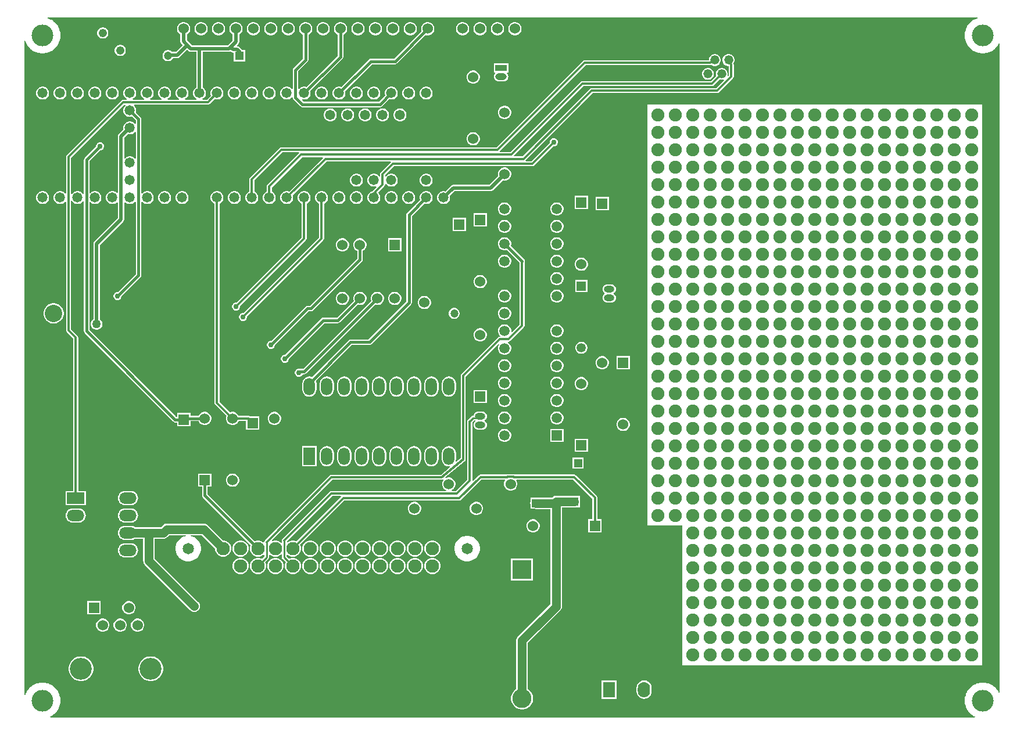
<source format=gbl>
G04*
G04 #@! TF.GenerationSoftware,Altium Limited,Altium Designer,21.6.1 (37)*
G04*
G04 Layer_Physical_Order=2*
G04 Layer_Color=16711680*
%FSAX24Y24*%
%MOIN*%
G70*
G04*
G04 #@! TF.SameCoordinates,F5C88182-2F8C-44A9-A90F-F64FCCDA4292*
G04*
G04*
G04 #@! TF.FilePolarity,Positive*
G04*
G01*
G75*
%ADD14C,0.0100*%
%ADD18C,0.0150*%
%ADD29C,0.0600*%
%ADD45C,0.0472*%
%ADD46R,0.0472X0.0472*%
%ADD47R,0.0600X0.0600*%
%ADD55R,0.0472X0.0472*%
%ADD59C,0.0580*%
%ADD60C,0.0500*%
%ADD61C,0.0120*%
%ADD62C,0.0200*%
%ADD63C,0.0768*%
%ADD64C,0.0650*%
%ADD65O,0.0594X0.0600*%
%ADD66C,0.1000*%
%ADD67C,0.0476*%
%ADD68C,0.0520*%
%ADD69R,0.0700X0.0900*%
%ADD70O,0.0700X0.0900*%
%ADD71C,0.0591*%
%ADD72R,0.0591X0.0591*%
%ADD73C,0.1260*%
%ADD74R,0.0600X0.0600*%
%ADD75O,0.0650X0.1000*%
%ADD76R,0.0650X0.1000*%
%ADD77O,0.1000X0.0650*%
%ADD78R,0.1000X0.0650*%
%ADD79R,0.1102X0.1102*%
%ADD80C,0.1102*%
%ADD81C,0.0512*%
%ADD82R,0.0512X0.0512*%
%ADD83R,0.0600X0.0380*%
%ADD84O,0.0600X0.0380*%
%ADD85C,0.0750*%
%ADD86O,0.0650X0.0380*%
%ADD87R,0.0650X0.0380*%
%ADD88R,0.0531X0.0531*%
%ADD89C,0.0531*%
%ADD90R,0.0512X0.0512*%
%ADD91P,0.4330X8X22.5*%
%ADD92C,0.1250*%
%ADD93C,0.0500*%
%ADD94C,0.0300*%
G36*
X058324Y043551D02*
X058285Y043541D01*
X058172Y043494D01*
X058137Y043474D01*
X058102Y043456D01*
X057999Y043388D01*
X057970Y043362D01*
X057938Y043338D01*
X057851Y043251D01*
X057827Y043219D01*
X057801Y043189D01*
X057733Y043087D01*
X057715Y043052D01*
X057695Y043017D01*
X057648Y042904D01*
X057638Y042865D01*
X057625Y042828D01*
X057601Y042707D01*
X057599Y042668D01*
X057594Y042628D01*
Y042505D01*
X057599Y042466D01*
X057601Y042427D01*
X057625Y042306D01*
X057638Y042268D01*
X057648Y042230D01*
X057695Y042116D01*
X057715Y042082D01*
X057733Y042047D01*
X057801Y041944D01*
X057827Y041915D01*
X057851Y041883D01*
X057938Y041796D01*
X057970Y041772D01*
X057999Y041746D01*
X058102Y041678D01*
X058137Y041660D01*
X058172Y041640D01*
X058285Y041593D01*
X058324Y041583D01*
X058361Y041570D01*
X058482Y041546D01*
X058521Y041544D01*
X058560Y041538D01*
X058684D01*
X058723Y041544D01*
X058762Y041546D01*
X058883Y041570D01*
X058920Y041583D01*
X058959Y041593D01*
X059072Y041640D01*
X059107Y041660D01*
X059142Y041678D01*
X059245Y041746D01*
X059274Y041772D01*
X059306Y041796D01*
X059393Y041883D01*
X059417Y041915D01*
X059443Y041944D01*
X059511Y042047D01*
X059529Y042082D01*
X059549Y042116D01*
X059550Y042120D01*
X059600Y042110D01*
Y004835D01*
X059550Y004825D01*
X059549Y004828D01*
X059529Y004863D01*
X059511Y004898D01*
X059443Y005001D01*
X059417Y005030D01*
X059393Y005062D01*
X059306Y005149D01*
X059274Y005173D01*
X059245Y005199D01*
X059142Y005267D01*
X059107Y005285D01*
X059072Y005305D01*
X058959Y005352D01*
X058920Y005362D01*
X058883Y005375D01*
X058762Y005399D01*
X058723Y005401D01*
X058684Y005406D01*
X058560D01*
X058521Y005401D01*
X058482Y005399D01*
X058361Y005375D01*
X058324Y005362D01*
X058285Y005352D01*
X058172Y005305D01*
X058137Y005285D01*
X058102Y005267D01*
X057999Y005199D01*
X057970Y005173D01*
X057938Y005149D01*
X057851Y005062D01*
X057827Y005030D01*
X057801Y005001D01*
X057733Y004898D01*
X057715Y004863D01*
X057695Y004828D01*
X057648Y004715D01*
X057638Y004676D01*
X057625Y004639D01*
X057601Y004518D01*
X057599Y004479D01*
X057594Y004440D01*
Y004316D01*
X057599Y004277D01*
X057601Y004238D01*
X057625Y004117D01*
X057638Y004080D01*
X057648Y004041D01*
X057695Y003928D01*
X057715Y003893D01*
X057733Y003858D01*
X057801Y003755D01*
X057827Y003726D01*
X057851Y003694D01*
X057938Y003607D01*
X057970Y003583D01*
X057999Y003557D01*
X058102Y003489D01*
X058137Y003471D01*
X058172Y003451D01*
X058175Y003450D01*
X058165Y003400D01*
X012926Y003400D01*
X005142D01*
X005132Y003450D01*
X005135Y003451D01*
X005170Y003471D01*
X005205Y003489D01*
X005308Y003557D01*
X005337Y003583D01*
X005369Y003607D01*
X005456Y003694D01*
X005480Y003726D01*
X005506Y003755D01*
X005574Y003858D01*
X005592Y003893D01*
X005612Y003928D01*
X005659Y004041D01*
X005669Y004080D01*
X005682Y004117D01*
X005706Y004238D01*
X005708Y004277D01*
X005713Y004316D01*
Y004440D01*
X005708Y004479D01*
X005706Y004518D01*
X005682Y004639D01*
X005669Y004676D01*
X005659Y004715D01*
X005612Y004828D01*
X005592Y004863D01*
X005574Y004898D01*
X005506Y005001D01*
X005480Y005030D01*
X005456Y005062D01*
X005369Y005149D01*
X005337Y005173D01*
X005308Y005199D01*
X005205Y005267D01*
X005170Y005285D01*
X005135Y005305D01*
X005022Y005352D01*
X004983Y005362D01*
X004946Y005375D01*
X004825Y005399D01*
X004786Y005401D01*
X004747Y005406D01*
X004623D01*
X004584Y005401D01*
X004545Y005399D01*
X004424Y005375D01*
X004387Y005362D01*
X004348Y005352D01*
X004235Y005305D01*
X004200Y005285D01*
X004165Y005267D01*
X004062Y005199D01*
X004033Y005173D01*
X004001Y005149D01*
X003914Y005062D01*
X003890Y005030D01*
X003864Y005001D01*
X003796Y004898D01*
X003778Y004863D01*
X003758Y004828D01*
X003711Y004715D01*
X003703Y004685D01*
X003653Y004692D01*
Y042253D01*
X003703Y042259D01*
X003711Y042230D01*
X003758Y042116D01*
X003778Y042082D01*
X003796Y042047D01*
X003864Y041944D01*
X003890Y041915D01*
X003914Y041883D01*
X004001Y041796D01*
X004033Y041772D01*
X004062Y041746D01*
X004165Y041678D01*
X004200Y041660D01*
X004235Y041640D01*
X004348Y041593D01*
X004387Y041583D01*
X004424Y041570D01*
X004545Y041546D01*
X004584Y041544D01*
X004623Y041538D01*
X004747D01*
X004786Y041544D01*
X004825Y041546D01*
X004946Y041570D01*
X004983Y041583D01*
X005022Y041593D01*
X005135Y041640D01*
X005170Y041660D01*
X005205Y041678D01*
X005308Y041746D01*
X005337Y041772D01*
X005369Y041796D01*
X005456Y041883D01*
X005480Y041915D01*
X005506Y041944D01*
X005574Y042047D01*
X005592Y042082D01*
X005612Y042116D01*
X005659Y042230D01*
X005669Y042268D01*
X005682Y042306D01*
X005706Y042427D01*
X005708Y042466D01*
X005713Y042505D01*
Y042628D01*
X005708Y042668D01*
X005706Y042707D01*
X005682Y042828D01*
X005669Y042865D01*
X005659Y042904D01*
X005612Y043017D01*
X005592Y043052D01*
X005574Y043087D01*
X005506Y043189D01*
X005480Y043219D01*
X005456Y043251D01*
X005369Y043338D01*
X005337Y043362D01*
X005308Y043388D01*
X005205Y043456D01*
X005170Y043474D01*
X005135Y043494D01*
X005022Y043541D01*
X004983Y043551D01*
X004994Y043600D01*
X058313D01*
X058324Y043551D01*
D02*
G37*
%LPC*%
G36*
X031837Y043325D02*
X031737D01*
X031641Y043299D01*
X031554Y043249D01*
X031483Y043178D01*
X031433Y043092D01*
X031407Y042995D01*
Y042895D01*
X031433Y042798D01*
X031483Y042712D01*
X031554Y042641D01*
X031641Y042591D01*
X031737Y042565D01*
X031837D01*
X031934Y042591D01*
X032021Y042641D01*
X032091Y042712D01*
X032141Y042798D01*
X032167Y042895D01*
Y042995D01*
X032141Y043092D01*
X032091Y043178D01*
X032021Y043249D01*
X031934Y043299D01*
X031837Y043325D01*
D02*
G37*
G36*
X030837D02*
X030737D01*
X030641Y043299D01*
X030554Y043249D01*
X030483Y043178D01*
X030433Y043092D01*
X030407Y042995D01*
Y042895D01*
X030433Y042798D01*
X030483Y042712D01*
X030554Y042641D01*
X030641Y042591D01*
X030737Y042565D01*
X030837D01*
X030934Y042591D01*
X031021Y042641D01*
X031091Y042712D01*
X031142Y042798D01*
X031167Y042895D01*
Y042995D01*
X031142Y043092D01*
X031091Y043178D01*
X031021Y043249D01*
X030934Y043299D01*
X030837Y043325D01*
D02*
G37*
G36*
X029837D02*
X029737D01*
X029641Y043299D01*
X029554Y043249D01*
X029483Y043178D01*
X029433Y043092D01*
X029407Y042995D01*
Y042895D01*
X029433Y042798D01*
X029483Y042712D01*
X029554Y042641D01*
X029641Y042591D01*
X029737Y042565D01*
X029837D01*
X029934Y042591D01*
X030021Y042641D01*
X030091Y042712D01*
X030141Y042798D01*
X030167Y042895D01*
Y042995D01*
X030141Y043092D01*
X030091Y043178D01*
X030021Y043249D01*
X029934Y043299D01*
X029837Y043325D01*
D02*
G37*
G36*
X028837D02*
X028737D01*
X028641Y043299D01*
X028554Y043249D01*
X028483Y043178D01*
X028433Y043092D01*
X028407Y042995D01*
Y042895D01*
X028433Y042798D01*
X028483Y042712D01*
X028554Y042641D01*
X028641Y042591D01*
X028737Y042565D01*
X028837D01*
X028934Y042591D01*
X029021Y042641D01*
X029091Y042712D01*
X029141Y042798D01*
X029167Y042895D01*
Y042995D01*
X029141Y043092D01*
X029091Y043178D01*
X029021Y043249D01*
X028934Y043299D01*
X028837Y043325D01*
D02*
G37*
G36*
X026837D02*
X026737D01*
X026641Y043299D01*
X026554Y043249D01*
X026483Y043178D01*
X026433Y043092D01*
X026407Y042995D01*
Y042895D01*
X026430Y042811D01*
X024843Y041224D01*
X023516D01*
X023456Y041212D01*
X023404Y041178D01*
X021826Y039599D01*
X021749Y039620D01*
X021651D01*
X021557Y039595D01*
X021473Y039546D01*
X021404Y039477D01*
X021355Y039393D01*
X021330Y039299D01*
Y039201D01*
X021355Y039107D01*
X021404Y039023D01*
X021473Y038954D01*
X021557Y038905D01*
X021651Y038880D01*
X021749D01*
X021843Y038905D01*
X021927Y038954D01*
X021996Y039023D01*
X022045Y039107D01*
X022070Y039201D01*
Y039299D01*
X022049Y039376D01*
X023582Y040908D01*
X024909D01*
X024969Y040920D01*
X025020Y040954D01*
X026653Y042587D01*
X026737Y042565D01*
X026837D01*
X026934Y042591D01*
X027021Y042641D01*
X027091Y042712D01*
X027141Y042798D01*
X027167Y042895D01*
Y042995D01*
X027141Y043092D01*
X027091Y043178D01*
X027021Y043249D01*
X026934Y043299D01*
X026837Y043325D01*
D02*
G37*
G36*
X025837D02*
X025737D01*
X025641Y043299D01*
X025554Y043249D01*
X025483Y043178D01*
X025433Y043092D01*
X025407Y042995D01*
Y042895D01*
X025433Y042798D01*
X025483Y042712D01*
X025554Y042641D01*
X025641Y042591D01*
X025737Y042565D01*
X025837D01*
X025934Y042591D01*
X026021Y042641D01*
X026091Y042712D01*
X026142Y042798D01*
X026167Y042895D01*
Y042995D01*
X026142Y043092D01*
X026091Y043178D01*
X026021Y043249D01*
X025934Y043299D01*
X025837Y043325D01*
D02*
G37*
G36*
X024837D02*
X024737D01*
X024641Y043299D01*
X024554Y043249D01*
X024483Y043178D01*
X024433Y043092D01*
X024407Y042995D01*
Y042895D01*
X024433Y042798D01*
X024483Y042712D01*
X024554Y042641D01*
X024641Y042591D01*
X024737Y042565D01*
X024837D01*
X024934Y042591D01*
X025021Y042641D01*
X025091Y042712D01*
X025141Y042798D01*
X025167Y042895D01*
Y042995D01*
X025141Y043092D01*
X025091Y043178D01*
X025021Y043249D01*
X024934Y043299D01*
X024837Y043325D01*
D02*
G37*
G36*
X023837D02*
X023737D01*
X023641Y043299D01*
X023554Y043249D01*
X023483Y043178D01*
X023433Y043092D01*
X023407Y042995D01*
Y042895D01*
X023433Y042798D01*
X023483Y042712D01*
X023554Y042641D01*
X023641Y042591D01*
X023737Y042565D01*
X023837D01*
X023934Y042591D01*
X024021Y042641D01*
X024091Y042712D01*
X024141Y042798D01*
X024167Y042895D01*
Y042995D01*
X024141Y043092D01*
X024091Y043178D01*
X024021Y043249D01*
X023934Y043299D01*
X023837Y043325D01*
D02*
G37*
G36*
X022837D02*
X022737D01*
X022641Y043299D01*
X022554Y043249D01*
X022483Y043178D01*
X022433Y043092D01*
X022407Y042995D01*
Y042895D01*
X022433Y042798D01*
X022483Y042712D01*
X022554Y042641D01*
X022641Y042591D01*
X022737Y042565D01*
X022837D01*
X022934Y042591D01*
X023021Y042641D01*
X023091Y042712D01*
X023142Y042798D01*
X023167Y042895D01*
Y042995D01*
X023142Y043092D01*
X023091Y043178D01*
X023021Y043249D01*
X022934Y043299D01*
X022837Y043325D01*
D02*
G37*
G36*
X020837D02*
X020737D01*
X020641Y043299D01*
X020554Y043249D01*
X020483Y043178D01*
X020433Y043092D01*
X020407Y042995D01*
Y042895D01*
X020433Y042798D01*
X020483Y042712D01*
X020554Y042641D01*
X020641Y042591D01*
X020737Y042565D01*
X020837D01*
X020934Y042591D01*
X021021Y042641D01*
X021091Y042712D01*
X021142Y042798D01*
X021167Y042895D01*
Y042995D01*
X021142Y043092D01*
X021091Y043178D01*
X021021Y043249D01*
X020934Y043299D01*
X020837Y043325D01*
D02*
G37*
G36*
X018837D02*
X018737D01*
X018641Y043299D01*
X018554Y043249D01*
X018483Y043178D01*
X018433Y043092D01*
X018407Y042995D01*
Y042895D01*
X018433Y042798D01*
X018483Y042712D01*
X018554Y042641D01*
X018641Y042591D01*
X018737Y042565D01*
X018837D01*
X018934Y042591D01*
X019021Y042641D01*
X019091Y042712D01*
X019141Y042798D01*
X019167Y042895D01*
Y042995D01*
X019141Y043092D01*
X019091Y043178D01*
X019021Y043249D01*
X018934Y043299D01*
X018837Y043325D01*
D02*
G37*
G36*
X017837D02*
X017737D01*
X017641Y043299D01*
X017554Y043249D01*
X017483Y043178D01*
X017433Y043092D01*
X017407Y042995D01*
Y042895D01*
X017433Y042798D01*
X017483Y042712D01*
X017554Y042641D01*
X017641Y042591D01*
X017737Y042565D01*
X017837D01*
X017934Y042591D01*
X018021Y042641D01*
X018091Y042712D01*
X018141Y042798D01*
X018167Y042895D01*
Y042995D01*
X018141Y043092D01*
X018091Y043178D01*
X018021Y043249D01*
X017934Y043299D01*
X017837Y043325D01*
D02*
G37*
G36*
X016837D02*
X016737D01*
X016641Y043299D01*
X016554Y043249D01*
X016483Y043178D01*
X016433Y043092D01*
X016407Y042995D01*
Y042895D01*
X016433Y042798D01*
X016483Y042712D01*
X016554Y042641D01*
X016641Y042591D01*
X016737Y042565D01*
X016837D01*
X016934Y042591D01*
X017021Y042641D01*
X017091Y042712D01*
X017141Y042798D01*
X017167Y042895D01*
Y042995D01*
X017141Y043092D01*
X017091Y043178D01*
X017021Y043249D01*
X016934Y043299D01*
X016837Y043325D01*
D02*
G37*
G36*
X014837D02*
X014737D01*
X014641Y043299D01*
X014554Y043249D01*
X014483Y043178D01*
X014433Y043092D01*
X014407Y042995D01*
Y042895D01*
X014433Y042798D01*
X014483Y042712D01*
X014554Y042641D01*
X014641Y042591D01*
X014737Y042565D01*
X014837D01*
X014934Y042591D01*
X015021Y042641D01*
X015091Y042712D01*
X015142Y042798D01*
X015167Y042895D01*
Y042995D01*
X015142Y043092D01*
X015091Y043178D01*
X015021Y043249D01*
X014934Y043299D01*
X014837Y043325D01*
D02*
G37*
G36*
X013837D02*
X013737D01*
X013641Y043299D01*
X013554Y043249D01*
X013483Y043178D01*
X013433Y043092D01*
X013407Y042995D01*
Y042895D01*
X013433Y042798D01*
X013483Y042712D01*
X013554Y042641D01*
X013641Y042591D01*
X013737Y042565D01*
X013837D01*
X013934Y042591D01*
X014021Y042641D01*
X014091Y042712D01*
X014141Y042798D01*
X014167Y042895D01*
Y042995D01*
X014141Y043092D01*
X014091Y043178D01*
X014021Y043249D01*
X013934Y043299D01*
X013837Y043325D01*
D02*
G37*
G36*
X008192Y043018D02*
X008108D01*
X008027Y042997D01*
X007955Y042955D01*
X007895Y042895D01*
X007854Y042823D01*
X007832Y042742D01*
Y042658D01*
X007854Y042577D01*
X007895Y042505D01*
X007955Y042445D01*
X008027Y042403D01*
X008108Y042382D01*
X008192D01*
X008273Y042403D01*
X008345Y042445D01*
X008405Y042505D01*
X008446Y042577D01*
X008468Y042658D01*
Y042742D01*
X008446Y042823D01*
X008405Y042895D01*
X008345Y042955D01*
X008273Y042997D01*
X008192Y043018D01*
D02*
G37*
G36*
X015837Y043325D02*
X015737D01*
X015641Y043299D01*
X015554Y043249D01*
X015483Y043178D01*
X015433Y043092D01*
X015407Y042995D01*
Y042895D01*
X015433Y042798D01*
X015483Y042712D01*
X015554Y042641D01*
X015604Y042612D01*
Y042263D01*
X015365Y042024D01*
X015365Y042024D01*
X015324Y041984D01*
X013276D01*
X013123Y042136D01*
X013123Y042136D01*
X013123Y042136D01*
X012971Y042289D01*
Y042612D01*
X013021Y042641D01*
X013091Y042712D01*
X013141Y042798D01*
X013167Y042895D01*
Y042995D01*
X013141Y043092D01*
X013091Y043178D01*
X013021Y043249D01*
X012934Y043299D01*
X012837Y043325D01*
X012737D01*
X012641Y043299D01*
X012554Y043249D01*
X012483Y043178D01*
X012433Y043092D01*
X012407Y042995D01*
Y042895D01*
X012433Y042798D01*
X012483Y042712D01*
X012554Y042641D01*
X012604Y042612D01*
Y042213D01*
X012618Y042142D01*
X012658Y042083D01*
X012734Y042006D01*
X012352Y041624D01*
X012115D01*
X012086Y041653D01*
X012014Y041695D01*
X011934Y041716D01*
X011851D01*
X011770Y041695D01*
X011698Y041653D01*
X011639Y041594D01*
X011597Y041522D01*
X011576Y041442D01*
Y041358D01*
X011597Y041278D01*
X011639Y041206D01*
X011698Y041147D01*
X011770Y041105D01*
X011851Y041084D01*
X011934D01*
X012014Y041105D01*
X012086Y041147D01*
X012145Y041206D01*
X012175Y041257D01*
X012428D01*
X012499Y041271D01*
X012558Y041311D01*
X012994Y041747D01*
X013070Y041670D01*
X013130Y041630D01*
X013200Y041616D01*
X013516D01*
Y039571D01*
X013473Y039546D01*
X013404Y039477D01*
X013355Y039393D01*
X013330Y039299D01*
Y039201D01*
X013355Y039107D01*
X013404Y039023D01*
X013473Y038954D01*
X013537Y038917D01*
X013524Y038867D01*
X012876D01*
X012863Y038917D01*
X012927Y038954D01*
X012996Y039023D01*
X013045Y039107D01*
X013070Y039201D01*
Y039299D01*
X013045Y039393D01*
X012996Y039477D01*
X012927Y039546D01*
X012843Y039595D01*
X012749Y039620D01*
X012651D01*
X012557Y039595D01*
X012473Y039546D01*
X012404Y039477D01*
X012355Y039393D01*
X012330Y039299D01*
Y039201D01*
X012355Y039107D01*
X012404Y039023D01*
X012473Y038954D01*
X012537Y038917D01*
X012524Y038867D01*
X011876D01*
X011863Y038917D01*
X011927Y038954D01*
X011996Y039023D01*
X012045Y039107D01*
X012070Y039201D01*
Y039299D01*
X012045Y039393D01*
X011996Y039477D01*
X011927Y039546D01*
X011843Y039595D01*
X011749Y039620D01*
X011651D01*
X011557Y039595D01*
X011473Y039546D01*
X011404Y039477D01*
X011355Y039393D01*
X011330Y039299D01*
Y039201D01*
X011355Y039107D01*
X011404Y039023D01*
X011473Y038954D01*
X011537Y038917D01*
X011524Y038867D01*
X010876D01*
X010863Y038917D01*
X010927Y038954D01*
X010996Y039023D01*
X011045Y039107D01*
X011070Y039201D01*
Y039299D01*
X011045Y039393D01*
X010996Y039477D01*
X010927Y039546D01*
X010843Y039595D01*
X010749Y039620D01*
X010651D01*
X010557Y039595D01*
X010473Y039546D01*
X010404Y039477D01*
X010355Y039393D01*
X010330Y039299D01*
Y039201D01*
X010355Y039107D01*
X010404Y039023D01*
X010473Y038954D01*
X010537Y038917D01*
X010524Y038867D01*
X009876D01*
X009863Y038917D01*
X009927Y038954D01*
X009996Y039023D01*
X010045Y039107D01*
X010070Y039201D01*
Y039299D01*
X010045Y039393D01*
X009996Y039477D01*
X009927Y039546D01*
X009843Y039595D01*
X009749Y039620D01*
X009651D01*
X009557Y039595D01*
X009473Y039546D01*
X009404Y039477D01*
X009355Y039393D01*
X009330Y039299D01*
Y039201D01*
X009355Y039107D01*
X009404Y039023D01*
X009473Y038954D01*
X009537Y038917D01*
X009524Y038867D01*
X009326D01*
X009271Y038856D01*
X009225Y038825D01*
X009225Y038825D01*
X006087Y035687D01*
X006056Y035641D01*
X006045Y035586D01*
X006045Y035586D01*
Y033493D01*
X006000Y033479D01*
X005995Y033478D01*
X005927Y033546D01*
X005843Y033595D01*
X005749Y033620D01*
X005651D01*
X005557Y033595D01*
X005473Y033546D01*
X005404Y033477D01*
X005355Y033393D01*
X005330Y033299D01*
Y033201D01*
X005355Y033107D01*
X005404Y033023D01*
X005473Y032954D01*
X005557Y032905D01*
X005651Y032880D01*
X005749D01*
X005843Y032905D01*
X005927Y032954D01*
X005995Y033022D01*
X006000Y033021D01*
X006045Y033007D01*
Y025635D01*
X006045Y025635D01*
X006056Y025580D01*
X006087Y025534D01*
X006457Y025163D01*
Y016405D01*
X006020D01*
Y015595D01*
X007180D01*
Y016405D01*
X006743D01*
Y025222D01*
X006732Y025277D01*
X006701Y025323D01*
X006701Y025323D01*
X006330Y025694D01*
Y033050D01*
X006380Y033064D01*
X006404Y033023D01*
X006473Y032954D01*
X006557Y032905D01*
X006651Y032880D01*
X006749D01*
X006843Y032905D01*
X006927Y032954D01*
X006996Y033023D01*
X007009Y033045D01*
X007059Y033032D01*
Y025583D01*
X007071Y025523D01*
X007105Y025471D01*
X012187Y020389D01*
X012238Y020355D01*
X012299Y020343D01*
X012420D01*
Y020121D01*
X013180D01*
Y020414D01*
X013652D01*
X013696Y020338D01*
X013767Y020268D01*
X013853Y020218D01*
X013950Y020192D01*
X014050D01*
X014147Y020218D01*
X014233Y020268D01*
X014304Y020338D01*
X014354Y020425D01*
X014380Y020522D01*
Y020622D01*
X014354Y020718D01*
X014304Y020805D01*
X014233Y020876D01*
X014147Y020926D01*
X014050Y020952D01*
X013950D01*
X013853Y020926D01*
X013767Y020876D01*
X013696Y020805D01*
X013652Y020730D01*
X013180D01*
Y020881D01*
X012420D01*
Y020659D01*
X012364D01*
X007375Y025649D01*
Y032981D01*
X007425Y033002D01*
X007473Y032954D01*
X007557Y032905D01*
X007651Y032880D01*
X007749D01*
X007843Y032905D01*
X007927Y032954D01*
X007996Y033023D01*
X008045Y033107D01*
X008070Y033201D01*
Y033299D01*
X008045Y033393D01*
X007996Y033477D01*
X007927Y033546D01*
X007843Y033595D01*
X007749Y033620D01*
X007651D01*
X007557Y033595D01*
X007473Y033546D01*
X007425Y033498D01*
X007375Y033519D01*
Y035351D01*
X007994Y035970D01*
X008046D01*
X008130Y036005D01*
X008195Y036070D01*
X008230Y036154D01*
Y036246D01*
X008195Y036330D01*
X008130Y036395D01*
X008046Y036430D01*
X007954D01*
X007870Y036395D01*
X007805Y036330D01*
X007770Y036246D01*
Y036193D01*
X007105Y035529D01*
X007071Y035477D01*
X007059Y035417D01*
Y033468D01*
X007009Y033455D01*
X006996Y033477D01*
X006927Y033546D01*
X006843Y033595D01*
X006749Y033620D01*
X006651D01*
X006557Y033595D01*
X006473Y033546D01*
X006404Y033477D01*
X006380Y033436D01*
X006330Y033450D01*
Y035527D01*
X009385Y038581D01*
X009437D01*
X009458Y038531D01*
X009404Y038477D01*
X009355Y038393D01*
X009330Y038299D01*
Y038201D01*
X009355Y038107D01*
X009404Y038023D01*
X009473Y037954D01*
X009557Y037905D01*
X009651Y037880D01*
X009749D01*
X009826Y037901D01*
X010042Y037685D01*
Y037489D01*
X010026Y037485D01*
X009992Y037481D01*
X009927Y037546D01*
X009843Y037595D01*
X009749Y037620D01*
X009651D01*
X009557Y037595D01*
X009473Y037546D01*
X009404Y037477D01*
X009355Y037393D01*
X009330Y037299D01*
Y037201D01*
X009343Y037153D01*
X009070Y036880D01*
X009030Y036820D01*
X009016Y036750D01*
Y033528D01*
X008966Y033507D01*
X008927Y033546D01*
X008843Y033595D01*
X008749Y033620D01*
X008651D01*
X008557Y033595D01*
X008473Y033546D01*
X008404Y033477D01*
X008355Y033393D01*
X008330Y033299D01*
Y033201D01*
X008355Y033107D01*
X008404Y033023D01*
X008473Y032954D01*
X008557Y032905D01*
X008651Y032880D01*
X008749D01*
X008843Y032905D01*
X008927Y032954D01*
X008966Y032993D01*
X009016Y032973D01*
Y032076D01*
X007670Y030730D01*
X007630Y030670D01*
X007616Y030600D01*
Y026275D01*
X007597Y026264D01*
X007536Y026203D01*
X007492Y026127D01*
X007470Y026043D01*
Y025957D01*
X007492Y025873D01*
X007536Y025797D01*
X007597Y025736D01*
X007673Y025692D01*
X007757Y025670D01*
X007843D01*
X007927Y025692D01*
X008003Y025736D01*
X008064Y025797D01*
X008108Y025873D01*
X008130Y025957D01*
Y026043D01*
X008108Y026127D01*
X008064Y026203D01*
X008003Y026264D01*
X007984Y026275D01*
Y030524D01*
X009330Y031870D01*
X009370Y031930D01*
X009384Y032000D01*
Y032973D01*
X009434Y032993D01*
X009473Y032954D01*
X009557Y032905D01*
X009651Y032880D01*
X009749D01*
X009843Y032905D01*
X009927Y032954D01*
X009992Y033019D01*
X010026Y033015D01*
X010042Y033011D01*
Y028865D01*
X009007Y027830D01*
X008954D01*
X008870Y027795D01*
X008805Y027730D01*
X008770Y027646D01*
Y027554D01*
X008805Y027470D01*
X008870Y027405D01*
X008954Y027370D01*
X009046D01*
X009130Y027405D01*
X009195Y027470D01*
X009230Y027554D01*
Y027606D01*
X010312Y028688D01*
X010346Y028740D01*
X010358Y028800D01*
Y033011D01*
X010374Y033015D01*
X010408Y033019D01*
X010473Y032954D01*
X010557Y032905D01*
X010651Y032880D01*
X010749D01*
X010843Y032905D01*
X010927Y032954D01*
X010996Y033023D01*
X011045Y033107D01*
X011070Y033201D01*
Y033299D01*
X011045Y033393D01*
X010996Y033477D01*
X010927Y033546D01*
X010843Y033595D01*
X010749Y033620D01*
X010651D01*
X010557Y033595D01*
X010473Y033546D01*
X010408Y033481D01*
X010374Y033485D01*
X010358Y033489D01*
Y037750D01*
X010346Y037810D01*
X010312Y037862D01*
X010049Y038124D01*
X010070Y038201D01*
Y038299D01*
X010045Y038393D01*
X009996Y038477D01*
X009942Y038531D01*
X009963Y038581D01*
X014174D01*
X014174Y038581D01*
X014229Y038592D01*
X014275Y038623D01*
X014557Y038905D01*
X014557Y038905D01*
X014651Y038880D01*
X014749D01*
X014843Y038905D01*
X014927Y038954D01*
X014996Y039023D01*
X015045Y039107D01*
X015070Y039201D01*
Y039299D01*
X015045Y039393D01*
X014996Y039477D01*
X014927Y039546D01*
X014843Y039595D01*
X014749Y039620D01*
X014651D01*
X014557Y039595D01*
X014473Y039546D01*
X014404Y039477D01*
X014355Y039393D01*
X014330Y039299D01*
Y039201D01*
X014355Y039107D01*
X014355Y039107D01*
X014115Y038867D01*
X013876D01*
X013863Y038917D01*
X013927Y038954D01*
X013996Y039023D01*
X014045Y039107D01*
X014070Y039201D01*
Y039299D01*
X014045Y039393D01*
X013996Y039477D01*
X013927Y039546D01*
X013884Y039571D01*
Y041616D01*
X015400D01*
X015470Y041630D01*
X015487Y041642D01*
X015503Y041626D01*
X015563Y041586D01*
X015633Y041572D01*
X015664D01*
Y041064D01*
X016336D01*
Y041736D01*
X016136D01*
X015986Y041886D01*
X015927Y041925D01*
X015868Y041937D01*
X015843Y041984D01*
X015917Y042058D01*
X015957Y042117D01*
X015971Y042187D01*
Y042612D01*
X016021Y042641D01*
X016091Y042712D01*
X016142Y042798D01*
X016167Y042895D01*
Y042995D01*
X016142Y043092D01*
X016091Y043178D01*
X016021Y043249D01*
X015934Y043299D01*
X015837Y043325D01*
D02*
G37*
G36*
X009192Y042018D02*
X009108D01*
X009027Y041996D01*
X008955Y041955D01*
X008895Y041895D01*
X008853Y041823D01*
X008832Y041742D01*
Y041658D01*
X008853Y041577D01*
X008895Y041505D01*
X008955Y041445D01*
X009027Y041403D01*
X009108Y041382D01*
X009192D01*
X009273Y041403D01*
X009345Y041445D01*
X009405Y041505D01*
X009446Y041577D01*
X009468Y041658D01*
Y041742D01*
X009446Y041823D01*
X009405Y041895D01*
X009345Y041955D01*
X009273Y041996D01*
X009192Y042018D01*
D02*
G37*
G36*
X044085Y041490D02*
X043995D01*
X043909Y041467D01*
X043831Y041422D01*
X043768Y041359D01*
X043723Y041281D01*
X043700Y041195D01*
Y041105D01*
X043723Y041019D01*
X043768Y040941D01*
X043831Y040878D01*
X043909Y040833D01*
X043995Y040810D01*
X044057D01*
Y040259D01*
X044016Y040217D01*
X043971Y040243D01*
X043990Y040315D01*
Y040405D01*
X043967Y040491D01*
X043922Y040569D01*
X043859Y040632D01*
X043781Y040677D01*
X043695Y040700D01*
X043605D01*
X043519Y040677D01*
X043441Y040632D01*
X043378Y040569D01*
X043333Y040491D01*
X043310Y040405D01*
Y040315D01*
X043330Y040242D01*
X043031Y039943D01*
X035655D01*
X035601Y039932D01*
X035555Y039901D01*
X035555Y039901D01*
X031513Y035859D01*
X030930D01*
X030922Y035870D01*
X030911Y035909D01*
X035859Y040857D01*
X042992D01*
X042992Y040857D01*
X043046Y040868D01*
X043052Y040872D01*
X043119Y040833D01*
X043205Y040810D01*
X043295D01*
X043381Y040833D01*
X043459Y040878D01*
X043522Y040941D01*
X043567Y041019D01*
X043590Y041105D01*
Y041195D01*
X043567Y041281D01*
X043522Y041359D01*
X043459Y041422D01*
X043381Y041467D01*
X043295Y041490D01*
X043205D01*
X043119Y041467D01*
X043041Y041422D01*
X042978Y041359D01*
X042933Y041281D01*
X042910Y041195D01*
Y041143D01*
X035800D01*
X035800Y041143D01*
X035745Y041132D01*
X035699Y041101D01*
X035699Y041101D01*
X030741Y036143D01*
X018400Y036143D01*
X018400Y036143D01*
X018345Y036132D01*
X018299Y036101D01*
X018299Y036101D01*
X016599Y034401D01*
X016568Y034355D01*
X016557Y034300D01*
X016557Y034300D01*
Y033595D01*
X016557Y033595D01*
X016473Y033546D01*
X016404Y033477D01*
X016355Y033393D01*
X016330Y033299D01*
Y033201D01*
X016355Y033107D01*
X016404Y033023D01*
X016473Y032954D01*
X016557Y032905D01*
X016651Y032880D01*
X016749D01*
X016843Y032905D01*
X016927Y032954D01*
X016996Y033023D01*
X017045Y033107D01*
X017070Y033201D01*
Y033299D01*
X017045Y033393D01*
X016996Y033477D01*
X016927Y033546D01*
X016843Y033595D01*
X016843Y033595D01*
Y034241D01*
X018459Y035857D01*
X019387D01*
X019394Y035846D01*
X019405Y035807D01*
X017599Y034001D01*
X017568Y033955D01*
X017557Y033900D01*
X017557Y033900D01*
Y033595D01*
X017557Y033595D01*
X017473Y033546D01*
X017404Y033477D01*
X017355Y033393D01*
X017330Y033299D01*
Y033201D01*
X017355Y033107D01*
X017404Y033023D01*
X017473Y032954D01*
X017557Y032905D01*
X017651Y032880D01*
X017749D01*
X017843Y032905D01*
X017927Y032954D01*
X017996Y033023D01*
X018045Y033107D01*
X018070Y033201D01*
Y033299D01*
X018045Y033393D01*
X017996Y033477D01*
X017927Y033546D01*
X017843Y033595D01*
X017843Y033595D01*
Y033841D01*
X019575Y035574D01*
X020756D01*
X020775Y035527D01*
X018843Y033595D01*
X018843Y033595D01*
X018749Y033620D01*
X018651D01*
X018557Y033595D01*
X018473Y033546D01*
X018404Y033477D01*
X018355Y033393D01*
X018330Y033299D01*
Y033201D01*
X018355Y033107D01*
X018404Y033023D01*
X018473Y032954D01*
X018557Y032905D01*
X018651Y032880D01*
X018749D01*
X018843Y032905D01*
X018927Y032954D01*
X018996Y033023D01*
X019045Y033107D01*
X019070Y033201D01*
Y033299D01*
X019045Y033393D01*
X019045Y033393D01*
X020987Y035336D01*
X024663D01*
X024684Y035286D01*
X024099Y034701D01*
X024068Y034655D01*
X024057Y034600D01*
X024057Y034600D01*
Y034471D01*
X024007Y034458D01*
X023996Y034477D01*
X023927Y034546D01*
X023843Y034595D01*
X023749Y034620D01*
X023651D01*
X023557Y034595D01*
X023473Y034546D01*
X023404Y034477D01*
X023355Y034393D01*
X023330Y034299D01*
Y034201D01*
X023355Y034107D01*
X023404Y034023D01*
X023473Y033954D01*
X023557Y033905D01*
X023651Y033880D01*
X023749D01*
X023829Y033901D01*
X023855Y033857D01*
X023686Y033688D01*
X023655Y033642D01*
X023651Y033620D01*
X023557Y033595D01*
X023473Y033546D01*
X023404Y033477D01*
X023355Y033393D01*
X023330Y033299D01*
Y033201D01*
X023355Y033107D01*
X023404Y033023D01*
X023473Y032954D01*
X023557Y032905D01*
X023651Y032880D01*
X023749D01*
X023843Y032905D01*
X023927Y032954D01*
X023996Y033023D01*
X024045Y033107D01*
X024070Y033201D01*
Y033299D01*
X024045Y033393D01*
X023996Y033477D01*
X023938Y033536D01*
X024301Y033899D01*
X024301Y033899D01*
X024332Y033945D01*
X024343Y034000D01*
X024343Y034000D01*
Y034029D01*
X024393Y034042D01*
X024404Y034023D01*
X024473Y033954D01*
X024557Y033905D01*
X024651Y033880D01*
X024749D01*
X024843Y033905D01*
X024927Y033954D01*
X024996Y034023D01*
X025045Y034107D01*
X025070Y034201D01*
Y034299D01*
X025045Y034393D01*
X024996Y034477D01*
X024927Y034546D01*
X024843Y034595D01*
X024749Y034620D01*
X024651D01*
X024557Y034595D01*
X024473Y034546D01*
X024404Y034477D01*
X024393Y034458D01*
X024343Y034471D01*
Y034541D01*
X024859Y035057D01*
X032800Y035057D01*
X032800Y035057D01*
X032855Y035068D01*
X032901Y035099D01*
X034010Y036208D01*
X034060D01*
X034145Y036243D01*
X034210Y036308D01*
X034245Y036392D01*
Y036484D01*
X034210Y036568D01*
X034145Y036633D01*
X034060Y036668D01*
X033969D01*
X033884Y036633D01*
X033820Y036568D01*
X033785Y036484D01*
Y036392D01*
X033786Y036388D01*
X032741Y035343D01*
X032415D01*
X032395Y035393D01*
X036259Y039257D01*
X043400D01*
X043400Y039257D01*
X043455Y039268D01*
X043501Y039299D01*
X044301Y040099D01*
X044301Y040099D01*
X044332Y040145D01*
X044343Y040200D01*
X044343Y040200D01*
Y040882D01*
X044343Y040882D01*
X044332Y040936D01*
X044320Y040955D01*
X044357Y041019D01*
X044380Y041105D01*
Y041195D01*
X044357Y041281D01*
X044312Y041359D01*
X044249Y041422D01*
X044171Y041467D01*
X044085Y041490D01*
D02*
G37*
G36*
X042905Y040700D02*
X042815D01*
X042729Y040677D01*
X042651Y040632D01*
X042588Y040569D01*
X042543Y040491D01*
X042520Y040405D01*
Y040315D01*
X042543Y040229D01*
X042588Y040151D01*
X042651Y040088D01*
X042729Y040043D01*
X042815Y040020D01*
X042905D01*
X042991Y040043D01*
X043069Y040088D01*
X043132Y040151D01*
X043177Y040229D01*
X043200Y040315D01*
Y040405D01*
X043177Y040491D01*
X043132Y040569D01*
X043069Y040632D01*
X042991Y040677D01*
X042905Y040700D01*
D02*
G37*
G36*
X031405Y040970D02*
X030595D01*
Y040430D01*
X030645D01*
X030663Y040380D01*
X030629Y040336D01*
X030602Y040270D01*
X030593Y040200D01*
X030602Y040130D01*
X030629Y040064D01*
X030672Y040007D01*
X030729Y039964D01*
X030795Y039937D01*
X030865Y039928D01*
X031135D01*
X031205Y039937D01*
X031271Y039964D01*
X031328Y040007D01*
X031371Y040064D01*
X031398Y040130D01*
X031407Y040200D01*
X031398Y040270D01*
X031371Y040336D01*
X031337Y040380D01*
X031355Y040430D01*
X031405D01*
Y040970D01*
D02*
G37*
G36*
X029450Y040552D02*
X029350D01*
X029253Y040526D01*
X029167Y040476D01*
X029096Y040405D01*
X029046Y040318D01*
X029020Y040222D01*
Y040122D01*
X029046Y040025D01*
X029096Y039938D01*
X029167Y039868D01*
X029253Y039818D01*
X029350Y039792D01*
X029450D01*
X029547Y039818D01*
X029633Y039868D01*
X029704Y039938D01*
X029754Y040025D01*
X029780Y040122D01*
Y040222D01*
X029754Y040318D01*
X029704Y040405D01*
X029633Y040476D01*
X029547Y040526D01*
X029450Y040552D01*
D02*
G37*
G36*
X021837Y043325D02*
X021737D01*
X021641Y043299D01*
X021554Y043249D01*
X021483Y043178D01*
X021433Y043092D01*
X021407Y042995D01*
Y042895D01*
X021433Y042798D01*
X021483Y042712D01*
X021554Y042641D01*
X021629Y042597D01*
Y041403D01*
X019826Y039599D01*
X019749Y039620D01*
X019651D01*
X019557Y039595D01*
X019473Y039546D01*
X019408Y039481D01*
X019374Y039485D01*
X019358Y039489D01*
Y040510D01*
X019899Y041051D01*
X019933Y041103D01*
X019945Y041163D01*
Y042597D01*
X020021Y042641D01*
X020091Y042712D01*
X020141Y042798D01*
X020167Y042895D01*
Y042995D01*
X020141Y043092D01*
X020091Y043178D01*
X020021Y043249D01*
X019934Y043299D01*
X019837Y043325D01*
X019737D01*
X019641Y043299D01*
X019554Y043249D01*
X019483Y043178D01*
X019433Y043092D01*
X019407Y042995D01*
Y042895D01*
X019433Y042798D01*
X019483Y042712D01*
X019554Y042641D01*
X019629Y042597D01*
Y041229D01*
X019088Y040687D01*
X019054Y040636D01*
X019042Y040576D01*
Y039489D01*
X019026Y039485D01*
X018992Y039481D01*
X018927Y039546D01*
X018843Y039595D01*
X018749Y039620D01*
X018651D01*
X018557Y039595D01*
X018473Y039546D01*
X018404Y039477D01*
X018355Y039393D01*
X018330Y039299D01*
Y039201D01*
X018355Y039107D01*
X018404Y039023D01*
X018473Y038954D01*
X018557Y038905D01*
X018651Y038880D01*
X018749D01*
X018843Y038905D01*
X018927Y038954D01*
X018992Y039019D01*
X019026Y039015D01*
X019042Y039011D01*
Y039000D01*
X019054Y038940D01*
X019088Y038888D01*
X019488Y038488D01*
X019540Y038454D01*
X019600Y038442D01*
X024050D01*
X024110Y038454D01*
X024162Y038488D01*
X024574Y038901D01*
X024651Y038880D01*
X024749D01*
X024843Y038905D01*
X024927Y038954D01*
X024996Y039023D01*
X025045Y039107D01*
X025070Y039201D01*
Y039299D01*
X025045Y039393D01*
X024996Y039477D01*
X024927Y039546D01*
X024843Y039595D01*
X024749Y039620D01*
X024651D01*
X024557Y039595D01*
X024473Y039546D01*
X024404Y039477D01*
X024355Y039393D01*
X024330Y039299D01*
Y039201D01*
X024351Y039124D01*
X023985Y038758D01*
X019665D01*
X019575Y038849D01*
X019601Y038894D01*
X019651Y038880D01*
X019749D01*
X019843Y038905D01*
X019927Y038954D01*
X019996Y039023D01*
X020045Y039107D01*
X020070Y039201D01*
Y039299D01*
X020049Y039376D01*
X021899Y041226D01*
X021933Y041277D01*
X021945Y041337D01*
Y042597D01*
X022021Y042641D01*
X022091Y042712D01*
X022141Y042798D01*
X022167Y042895D01*
Y042995D01*
X022141Y043092D01*
X022091Y043178D01*
X022021Y043249D01*
X021934Y043299D01*
X021837Y043325D01*
D02*
G37*
G36*
X026749Y039620D02*
X026651D01*
X026557Y039595D01*
X026473Y039546D01*
X026404Y039477D01*
X026355Y039393D01*
X026330Y039299D01*
Y039201D01*
X026355Y039107D01*
X026404Y039023D01*
X026473Y038954D01*
X026557Y038905D01*
X026651Y038880D01*
X026749D01*
X026843Y038905D01*
X026927Y038954D01*
X026996Y039023D01*
X027045Y039107D01*
X027070Y039201D01*
Y039299D01*
X027045Y039393D01*
X026996Y039477D01*
X026927Y039546D01*
X026843Y039595D01*
X026749Y039620D01*
D02*
G37*
G36*
X025749D02*
X025651D01*
X025557Y039595D01*
X025473Y039546D01*
X025404Y039477D01*
X025355Y039393D01*
X025330Y039299D01*
Y039201D01*
X025355Y039107D01*
X025404Y039023D01*
X025473Y038954D01*
X025557Y038905D01*
X025651Y038880D01*
X025749D01*
X025843Y038905D01*
X025927Y038954D01*
X025996Y039023D01*
X026045Y039107D01*
X026070Y039201D01*
Y039299D01*
X026045Y039393D01*
X025996Y039477D01*
X025927Y039546D01*
X025843Y039595D01*
X025749Y039620D01*
D02*
G37*
G36*
X023749D02*
X023651D01*
X023557Y039595D01*
X023473Y039546D01*
X023404Y039477D01*
X023355Y039393D01*
X023330Y039299D01*
Y039201D01*
X023355Y039107D01*
X023404Y039023D01*
X023473Y038954D01*
X023557Y038905D01*
X023651Y038880D01*
X023749D01*
X023843Y038905D01*
X023927Y038954D01*
X023996Y039023D01*
X024045Y039107D01*
X024070Y039201D01*
Y039299D01*
X024045Y039393D01*
X023996Y039477D01*
X023927Y039546D01*
X023843Y039595D01*
X023749Y039620D01*
D02*
G37*
G36*
X022749D02*
X022651D01*
X022557Y039595D01*
X022473Y039546D01*
X022404Y039477D01*
X022355Y039393D01*
X022330Y039299D01*
Y039201D01*
X022355Y039107D01*
X022404Y039023D01*
X022473Y038954D01*
X022557Y038905D01*
X022651Y038880D01*
X022749D01*
X022843Y038905D01*
X022927Y038954D01*
X022996Y039023D01*
X023045Y039107D01*
X023070Y039201D01*
Y039299D01*
X023045Y039393D01*
X022996Y039477D01*
X022927Y039546D01*
X022843Y039595D01*
X022749Y039620D01*
D02*
G37*
G36*
X020749D02*
X020651D01*
X020557Y039595D01*
X020473Y039546D01*
X020404Y039477D01*
X020355Y039393D01*
X020330Y039299D01*
Y039201D01*
X020355Y039107D01*
X020404Y039023D01*
X020473Y038954D01*
X020557Y038905D01*
X020651Y038880D01*
X020749D01*
X020843Y038905D01*
X020927Y038954D01*
X020996Y039023D01*
X021045Y039107D01*
X021070Y039201D01*
Y039299D01*
X021045Y039393D01*
X020996Y039477D01*
X020927Y039546D01*
X020843Y039595D01*
X020749Y039620D01*
D02*
G37*
G36*
X017749D02*
X017651D01*
X017557Y039595D01*
X017473Y039546D01*
X017404Y039477D01*
X017355Y039393D01*
X017330Y039299D01*
Y039201D01*
X017355Y039107D01*
X017404Y039023D01*
X017473Y038954D01*
X017557Y038905D01*
X017651Y038880D01*
X017749D01*
X017843Y038905D01*
X017927Y038954D01*
X017996Y039023D01*
X018045Y039107D01*
X018070Y039201D01*
Y039299D01*
X018045Y039393D01*
X017996Y039477D01*
X017927Y039546D01*
X017843Y039595D01*
X017749Y039620D01*
D02*
G37*
G36*
X016749D02*
X016651D01*
X016557Y039595D01*
X016473Y039546D01*
X016404Y039477D01*
X016355Y039393D01*
X016330Y039299D01*
Y039201D01*
X016355Y039107D01*
X016404Y039023D01*
X016473Y038954D01*
X016557Y038905D01*
X016651Y038880D01*
X016749D01*
X016843Y038905D01*
X016927Y038954D01*
X016996Y039023D01*
X017045Y039107D01*
X017070Y039201D01*
Y039299D01*
X017045Y039393D01*
X016996Y039477D01*
X016927Y039546D01*
X016843Y039595D01*
X016749Y039620D01*
D02*
G37*
G36*
X015749D02*
X015651D01*
X015557Y039595D01*
X015473Y039546D01*
X015404Y039477D01*
X015355Y039393D01*
X015330Y039299D01*
Y039201D01*
X015355Y039107D01*
X015404Y039023D01*
X015473Y038954D01*
X015557Y038905D01*
X015651Y038880D01*
X015749D01*
X015843Y038905D01*
X015927Y038954D01*
X015996Y039023D01*
X016045Y039107D01*
X016070Y039201D01*
Y039299D01*
X016045Y039393D01*
X015996Y039477D01*
X015927Y039546D01*
X015843Y039595D01*
X015749Y039620D01*
D02*
G37*
G36*
X008749D02*
X008651D01*
X008557Y039595D01*
X008473Y039546D01*
X008404Y039477D01*
X008355Y039393D01*
X008330Y039299D01*
Y039201D01*
X008355Y039107D01*
X008404Y039023D01*
X008473Y038954D01*
X008557Y038905D01*
X008651Y038880D01*
X008749D01*
X008843Y038905D01*
X008927Y038954D01*
X008996Y039023D01*
X009045Y039107D01*
X009070Y039201D01*
Y039299D01*
X009045Y039393D01*
X008996Y039477D01*
X008927Y039546D01*
X008843Y039595D01*
X008749Y039620D01*
D02*
G37*
G36*
X007749D02*
X007651D01*
X007557Y039595D01*
X007473Y039546D01*
X007404Y039477D01*
X007355Y039393D01*
X007330Y039299D01*
Y039201D01*
X007355Y039107D01*
X007404Y039023D01*
X007473Y038954D01*
X007557Y038905D01*
X007651Y038880D01*
X007749D01*
X007843Y038905D01*
X007927Y038954D01*
X007996Y039023D01*
X008045Y039107D01*
X008070Y039201D01*
Y039299D01*
X008045Y039393D01*
X007996Y039477D01*
X007927Y039546D01*
X007843Y039595D01*
X007749Y039620D01*
D02*
G37*
G36*
X006749D02*
X006651D01*
X006557Y039595D01*
X006473Y039546D01*
X006404Y039477D01*
X006355Y039393D01*
X006330Y039299D01*
Y039201D01*
X006355Y039107D01*
X006404Y039023D01*
X006473Y038954D01*
X006557Y038905D01*
X006651Y038880D01*
X006749D01*
X006843Y038905D01*
X006927Y038954D01*
X006996Y039023D01*
X007045Y039107D01*
X007070Y039201D01*
Y039299D01*
X007045Y039393D01*
X006996Y039477D01*
X006927Y039546D01*
X006843Y039595D01*
X006749Y039620D01*
D02*
G37*
G36*
X005749D02*
X005651D01*
X005557Y039595D01*
X005473Y039546D01*
X005404Y039477D01*
X005355Y039393D01*
X005330Y039299D01*
Y039201D01*
X005355Y039107D01*
X005404Y039023D01*
X005473Y038954D01*
X005557Y038905D01*
X005651Y038880D01*
X005749D01*
X005843Y038905D01*
X005927Y038954D01*
X005996Y039023D01*
X006045Y039107D01*
X006070Y039201D01*
Y039299D01*
X006045Y039393D01*
X005996Y039477D01*
X005927Y039546D01*
X005843Y039595D01*
X005749Y039620D01*
D02*
G37*
G36*
X004749D02*
X004651D01*
X004557Y039595D01*
X004473Y039546D01*
X004404Y039477D01*
X004355Y039393D01*
X004330Y039299D01*
Y039201D01*
X004355Y039107D01*
X004404Y039023D01*
X004473Y038954D01*
X004557Y038905D01*
X004651Y038880D01*
X004749D01*
X004843Y038905D01*
X004927Y038954D01*
X004996Y039023D01*
X005045Y039107D01*
X005070Y039201D01*
Y039299D01*
X005045Y039393D01*
X004996Y039477D01*
X004927Y039546D01*
X004843Y039595D01*
X004749Y039620D01*
D02*
G37*
G36*
X031250Y038523D02*
X031150D01*
X031053Y038497D01*
X030967Y038447D01*
X030896Y038377D01*
X030846Y038290D01*
X030820Y038193D01*
Y038093D01*
X030846Y037997D01*
X030896Y037910D01*
X030967Y037839D01*
X031053Y037789D01*
X031150Y037763D01*
X031250D01*
X031347Y037789D01*
X031433Y037839D01*
X031504Y037910D01*
X031554Y037997D01*
X031580Y038093D01*
Y038193D01*
X031554Y038290D01*
X031504Y038377D01*
X031433Y038447D01*
X031347Y038497D01*
X031250Y038523D01*
D02*
G37*
G36*
X025249Y038370D02*
X025151D01*
X025057Y038345D01*
X024973Y038296D01*
X024904Y038227D01*
X024855Y038143D01*
X024830Y038049D01*
Y037951D01*
X024855Y037857D01*
X024904Y037773D01*
X024973Y037704D01*
X025057Y037655D01*
X025151Y037630D01*
X025249D01*
X025343Y037655D01*
X025427Y037704D01*
X025496Y037773D01*
X025545Y037857D01*
X025570Y037951D01*
Y038049D01*
X025545Y038143D01*
X025496Y038227D01*
X025427Y038296D01*
X025343Y038345D01*
X025249Y038370D01*
D02*
G37*
G36*
X024249D02*
X024151D01*
X024057Y038345D01*
X023973Y038296D01*
X023904Y038227D01*
X023855Y038143D01*
X023830Y038049D01*
Y037951D01*
X023855Y037857D01*
X023904Y037773D01*
X023973Y037704D01*
X024057Y037655D01*
X024151Y037630D01*
X024249D01*
X024343Y037655D01*
X024427Y037704D01*
X024496Y037773D01*
X024545Y037857D01*
X024570Y037951D01*
Y038049D01*
X024545Y038143D01*
X024496Y038227D01*
X024427Y038296D01*
X024343Y038345D01*
X024249Y038370D01*
D02*
G37*
G36*
X023249D02*
X023151D01*
X023057Y038345D01*
X022973Y038296D01*
X022904Y038227D01*
X022855Y038143D01*
X022830Y038049D01*
Y037951D01*
X022855Y037857D01*
X022904Y037773D01*
X022973Y037704D01*
X023057Y037655D01*
X023151Y037630D01*
X023249D01*
X023343Y037655D01*
X023427Y037704D01*
X023496Y037773D01*
X023545Y037857D01*
X023570Y037951D01*
Y038049D01*
X023545Y038143D01*
X023496Y038227D01*
X023427Y038296D01*
X023343Y038345D01*
X023249Y038370D01*
D02*
G37*
G36*
X022249D02*
X022151D01*
X022057Y038345D01*
X021973Y038296D01*
X021904Y038227D01*
X021855Y038143D01*
X021830Y038049D01*
Y037951D01*
X021855Y037857D01*
X021904Y037773D01*
X021973Y037704D01*
X022057Y037655D01*
X022151Y037630D01*
X022249D01*
X022343Y037655D01*
X022427Y037704D01*
X022496Y037773D01*
X022545Y037857D01*
X022570Y037951D01*
Y038049D01*
X022545Y038143D01*
X022496Y038227D01*
X022427Y038296D01*
X022343Y038345D01*
X022249Y038370D01*
D02*
G37*
G36*
X021249D02*
X021151D01*
X021057Y038345D01*
X020973Y038296D01*
X020904Y038227D01*
X020855Y038143D01*
X020830Y038049D01*
Y037951D01*
X020855Y037857D01*
X020904Y037773D01*
X020973Y037704D01*
X021057Y037655D01*
X021151Y037630D01*
X021249D01*
X021343Y037655D01*
X021427Y037704D01*
X021496Y037773D01*
X021545Y037857D01*
X021570Y037951D01*
Y038049D01*
X021545Y038143D01*
X021496Y038227D01*
X021427Y038296D01*
X021343Y038345D01*
X021249Y038370D01*
D02*
G37*
G36*
X029450Y037008D02*
X029350D01*
X029253Y036982D01*
X029167Y036932D01*
X029096Y036862D01*
X029046Y036775D01*
X029020Y036678D01*
Y036578D01*
X029046Y036482D01*
X029096Y036395D01*
X029167Y036324D01*
X029253Y036274D01*
X029350Y036248D01*
X029450D01*
X029547Y036274D01*
X029633Y036324D01*
X029704Y036395D01*
X029754Y036482D01*
X029780Y036578D01*
Y036678D01*
X029754Y036775D01*
X029704Y036862D01*
X029633Y036932D01*
X029547Y036982D01*
X029450Y037008D01*
D02*
G37*
G36*
X031250Y034980D02*
X031150D01*
X031053Y034954D01*
X030967Y034904D01*
X030896Y034833D01*
X030846Y034747D01*
X030820Y034650D01*
Y034550D01*
X030835Y034494D01*
X030324Y033984D01*
X028250D01*
X028180Y033970D01*
X028120Y033930D01*
X027797Y033607D01*
X027749Y033620D01*
X027651D01*
X027557Y033595D01*
X027473Y033546D01*
X027404Y033477D01*
X027355Y033393D01*
X027330Y033299D01*
Y033201D01*
X027355Y033107D01*
X027404Y033023D01*
X027473Y032954D01*
X027557Y032905D01*
X027651Y032880D01*
X027749D01*
X027843Y032905D01*
X027927Y032954D01*
X027996Y033023D01*
X028045Y033107D01*
X028070Y033201D01*
Y033299D01*
X028057Y033347D01*
X028326Y033616D01*
X030400D01*
X030470Y033630D01*
X030530Y033670D01*
X031094Y034235D01*
X031150Y034220D01*
X031250D01*
X031347Y034246D01*
X031433Y034296D01*
X031504Y034367D01*
X031554Y034453D01*
X031580Y034550D01*
Y034650D01*
X031554Y034747D01*
X031504Y034833D01*
X031433Y034904D01*
X031347Y034954D01*
X031250Y034980D01*
D02*
G37*
G36*
X026749Y034620D02*
X026651D01*
X026557Y034595D01*
X026473Y034546D01*
X026404Y034477D01*
X026355Y034393D01*
X026330Y034299D01*
Y034201D01*
X026355Y034107D01*
X026404Y034023D01*
X026473Y033954D01*
X026557Y033905D01*
X026651Y033880D01*
X026749D01*
X026843Y033905D01*
X026927Y033954D01*
X026996Y034023D01*
X027045Y034107D01*
X027070Y034201D01*
Y034299D01*
X027045Y034393D01*
X026996Y034477D01*
X026927Y034546D01*
X026843Y034595D01*
X026749Y034620D01*
D02*
G37*
G36*
X022749D02*
X022651D01*
X022557Y034595D01*
X022473Y034546D01*
X022404Y034477D01*
X022355Y034393D01*
X022330Y034299D01*
Y034201D01*
X022355Y034107D01*
X022404Y034023D01*
X022473Y033954D01*
X022557Y033905D01*
X022651Y033880D01*
X022749D01*
X022843Y033905D01*
X022927Y033954D01*
X022996Y034023D01*
X023045Y034107D01*
X023070Y034201D01*
Y034299D01*
X023045Y034393D01*
X022996Y034477D01*
X022927Y034546D01*
X022843Y034595D01*
X022749Y034620D01*
D02*
G37*
G36*
X026749Y033620D02*
X026651D01*
X026557Y033595D01*
X026473Y033546D01*
X026404Y033477D01*
X026355Y033393D01*
X026330Y033299D01*
Y033201D01*
X026351Y033124D01*
X025601Y032375D01*
X025567Y032324D01*
X025555Y032263D01*
Y027284D01*
X023374Y025103D01*
X022370D01*
X022309Y025091D01*
X022258Y025056D01*
X020152Y022950D01*
X020106Y022970D01*
X020000Y022983D01*
X019894Y022970D01*
X019796Y022929D01*
X019711Y022864D01*
X019646Y022779D01*
X019605Y022681D01*
X019591Y022575D01*
Y022225D01*
X019605Y022119D01*
X019646Y022021D01*
X019711Y021936D01*
X019796Y021871D01*
X019894Y021830D01*
X020000Y021817D01*
X020106Y021830D01*
X020204Y021871D01*
X020289Y021936D01*
X020354Y022021D01*
X020395Y022119D01*
X020408Y022225D01*
Y022575D01*
X020395Y022681D01*
X020375Y022727D01*
X022435Y024787D01*
X023439D01*
X023500Y024799D01*
X023551Y024833D01*
X025825Y027107D01*
X025859Y027158D01*
X025871Y027219D01*
Y032198D01*
X026574Y032901D01*
X026651Y032880D01*
X026749D01*
X026843Y032905D01*
X026927Y032954D01*
X026996Y033023D01*
X027045Y033107D01*
X027070Y033201D01*
Y033299D01*
X027045Y033393D01*
X026996Y033477D01*
X026927Y033546D01*
X026843Y033595D01*
X026749Y033620D01*
D02*
G37*
G36*
X025749D02*
X025651D01*
X025557Y033595D01*
X025473Y033546D01*
X025404Y033477D01*
X025355Y033393D01*
X025330Y033299D01*
Y033201D01*
X025355Y033107D01*
X025404Y033023D01*
X025473Y032954D01*
X025557Y032905D01*
X025651Y032880D01*
X025749D01*
X025843Y032905D01*
X025927Y032954D01*
X025996Y033023D01*
X026045Y033107D01*
X026070Y033201D01*
Y033299D01*
X026045Y033393D01*
X025996Y033477D01*
X025927Y033546D01*
X025843Y033595D01*
X025749Y033620D01*
D02*
G37*
G36*
X024749D02*
X024651D01*
X024557Y033595D01*
X024473Y033546D01*
X024404Y033477D01*
X024355Y033393D01*
X024330Y033299D01*
Y033201D01*
X024355Y033107D01*
X024404Y033023D01*
X024473Y032954D01*
X024557Y032905D01*
X024651Y032880D01*
X024749D01*
X024843Y032905D01*
X024927Y032954D01*
X024996Y033023D01*
X025045Y033107D01*
X025070Y033201D01*
Y033299D01*
X025045Y033393D01*
X024996Y033477D01*
X024927Y033546D01*
X024843Y033595D01*
X024749Y033620D01*
D02*
G37*
G36*
X022749D02*
X022651D01*
X022557Y033595D01*
X022473Y033546D01*
X022404Y033477D01*
X022355Y033393D01*
X022330Y033299D01*
Y033201D01*
X022355Y033107D01*
X022404Y033023D01*
X022473Y032954D01*
X022557Y032905D01*
X022651Y032880D01*
X022749D01*
X022843Y032905D01*
X022927Y032954D01*
X022996Y033023D01*
X023045Y033107D01*
X023070Y033201D01*
Y033299D01*
X023045Y033393D01*
X022996Y033477D01*
X022927Y033546D01*
X022843Y033595D01*
X022749Y033620D01*
D02*
G37*
G36*
X021749D02*
X021651D01*
X021557Y033595D01*
X021473Y033546D01*
X021404Y033477D01*
X021355Y033393D01*
X021330Y033299D01*
Y033201D01*
X021355Y033107D01*
X021404Y033023D01*
X021473Y032954D01*
X021557Y032905D01*
X021651Y032880D01*
X021749D01*
X021843Y032905D01*
X021927Y032954D01*
X021996Y033023D01*
X022045Y033107D01*
X022070Y033201D01*
Y033299D01*
X022045Y033393D01*
X021996Y033477D01*
X021927Y033546D01*
X021843Y033595D01*
X021749Y033620D01*
D02*
G37*
G36*
X015749D02*
X015651D01*
X015557Y033595D01*
X015473Y033546D01*
X015404Y033477D01*
X015355Y033393D01*
X015330Y033299D01*
Y033201D01*
X015355Y033107D01*
X015404Y033023D01*
X015473Y032954D01*
X015557Y032905D01*
X015651Y032880D01*
X015749D01*
X015843Y032905D01*
X015927Y032954D01*
X015996Y033023D01*
X016045Y033107D01*
X016070Y033201D01*
Y033299D01*
X016045Y033393D01*
X015996Y033477D01*
X015927Y033546D01*
X015843Y033595D01*
X015749Y033620D01*
D02*
G37*
G36*
X012749D02*
X012651D01*
X012557Y033595D01*
X012473Y033546D01*
X012404Y033477D01*
X012355Y033393D01*
X012330Y033299D01*
Y033201D01*
X012355Y033107D01*
X012404Y033023D01*
X012473Y032954D01*
X012557Y032905D01*
X012651Y032880D01*
X012749D01*
X012843Y032905D01*
X012927Y032954D01*
X012996Y033023D01*
X013045Y033107D01*
X013070Y033201D01*
Y033299D01*
X013045Y033393D01*
X012996Y033477D01*
X012927Y033546D01*
X012843Y033595D01*
X012749Y033620D01*
D02*
G37*
G36*
X011749D02*
X011651D01*
X011557Y033595D01*
X011473Y033546D01*
X011404Y033477D01*
X011355Y033393D01*
X011330Y033299D01*
Y033201D01*
X011355Y033107D01*
X011404Y033023D01*
X011473Y032954D01*
X011557Y032905D01*
X011651Y032880D01*
X011749D01*
X011843Y032905D01*
X011927Y032954D01*
X011996Y033023D01*
X012045Y033107D01*
X012070Y033201D01*
Y033299D01*
X012045Y033393D01*
X011996Y033477D01*
X011927Y033546D01*
X011843Y033595D01*
X011749Y033620D01*
D02*
G37*
G36*
X004749D02*
X004651D01*
X004557Y033595D01*
X004473Y033546D01*
X004404Y033477D01*
X004355Y033393D01*
X004330Y033299D01*
Y033201D01*
X004355Y033107D01*
X004404Y033023D01*
X004473Y032954D01*
X004557Y032905D01*
X004651Y032880D01*
X004749D01*
X004843Y032905D01*
X004927Y032954D01*
X004996Y033023D01*
X005045Y033107D01*
X005070Y033201D01*
Y033299D01*
X005045Y033393D01*
X004996Y033477D01*
X004927Y033546D01*
X004843Y033595D01*
X004749Y033620D01*
D02*
G37*
G36*
X035980Y033352D02*
X035220D01*
Y032592D01*
X035980D01*
Y033352D01*
D02*
G37*
G36*
X037180Y033281D02*
X036420D01*
Y032521D01*
X037180D01*
Y033281D01*
D02*
G37*
G36*
X034249Y032975D02*
X034151D01*
X034055Y032950D01*
X033970Y032900D01*
X033900Y032830D01*
X033850Y032745D01*
X033825Y032649D01*
Y032551D01*
X033850Y032455D01*
X033900Y032370D01*
X033970Y032300D01*
X034055Y032250D01*
X034151Y032225D01*
X034249D01*
X034345Y032250D01*
X034430Y032300D01*
X034500Y032370D01*
X034550Y032455D01*
X034575Y032551D01*
Y032649D01*
X034550Y032745D01*
X034500Y032830D01*
X034430Y032900D01*
X034345Y032950D01*
X034249Y032975D01*
D02*
G37*
G36*
X031249D02*
X031151D01*
X031055Y032950D01*
X030970Y032900D01*
X030900Y032830D01*
X030850Y032745D01*
X030825Y032649D01*
Y032551D01*
X030850Y032455D01*
X030900Y032370D01*
X030970Y032300D01*
X031055Y032250D01*
X031151Y032225D01*
X031249D01*
X031345Y032250D01*
X031430Y032300D01*
X031500Y032370D01*
X031550Y032455D01*
X031575Y032551D01*
Y032649D01*
X031550Y032745D01*
X031500Y032830D01*
X031430Y032900D01*
X031345Y032950D01*
X031249Y032975D01*
D02*
G37*
G36*
X030180Y032352D02*
X029420D01*
Y031592D01*
X030180D01*
Y032352D01*
D02*
G37*
G36*
X028980Y032081D02*
X028220D01*
Y031321D01*
X028980D01*
Y032081D01*
D02*
G37*
G36*
X034249Y031975D02*
X034151D01*
X034055Y031950D01*
X033970Y031900D01*
X033900Y031830D01*
X033850Y031745D01*
X033825Y031649D01*
Y031551D01*
X033850Y031455D01*
X033900Y031370D01*
X033970Y031300D01*
X034055Y031250D01*
X034151Y031225D01*
X034249D01*
X034345Y031250D01*
X034430Y031300D01*
X034500Y031370D01*
X034550Y031455D01*
X034575Y031551D01*
Y031649D01*
X034550Y031745D01*
X034500Y031830D01*
X034430Y031900D01*
X034345Y031950D01*
X034249Y031975D01*
D02*
G37*
G36*
X031249D02*
X031151D01*
X031055Y031950D01*
X030970Y031900D01*
X030900Y031830D01*
X030850Y031745D01*
X030825Y031649D01*
Y031551D01*
X030850Y031455D01*
X030900Y031370D01*
X030970Y031300D01*
X031055Y031250D01*
X031151Y031225D01*
X031249D01*
X031345Y031250D01*
X031430Y031300D01*
X031500Y031370D01*
X031550Y031455D01*
X031575Y031551D01*
Y031649D01*
X031550Y031745D01*
X031500Y031830D01*
X031430Y031900D01*
X031345Y031950D01*
X031249Y031975D01*
D02*
G37*
G36*
X034249Y030975D02*
X034151D01*
X034055Y030950D01*
X033970Y030900D01*
X033900Y030830D01*
X033850Y030745D01*
X033825Y030649D01*
Y030551D01*
X033850Y030455D01*
X033900Y030370D01*
X033970Y030300D01*
X034055Y030250D01*
X034151Y030225D01*
X034249D01*
X034345Y030250D01*
X034430Y030300D01*
X034500Y030370D01*
X034550Y030455D01*
X034575Y030551D01*
Y030649D01*
X034550Y030745D01*
X034500Y030830D01*
X034430Y030900D01*
X034345Y030950D01*
X034249Y030975D01*
D02*
G37*
G36*
X025280Y030917D02*
X024520D01*
Y030157D01*
X025280D01*
Y030917D01*
D02*
G37*
G36*
X021950D02*
X021850D01*
X021753Y030892D01*
X021667Y030841D01*
X021596Y030771D01*
X021546Y030684D01*
X021520Y030587D01*
Y030487D01*
X021546Y030391D01*
X021596Y030304D01*
X021667Y030233D01*
X021753Y030183D01*
X021850Y030157D01*
X021950D01*
X022047Y030183D01*
X022133Y030233D01*
X022204Y030304D01*
X022254Y030391D01*
X022280Y030487D01*
Y030587D01*
X022254Y030684D01*
X022204Y030771D01*
X022133Y030841D01*
X022047Y030892D01*
X021950Y030917D01*
D02*
G37*
G36*
X034249Y029975D02*
X034151D01*
X034055Y029950D01*
X033970Y029900D01*
X033900Y029830D01*
X033850Y029745D01*
X033825Y029649D01*
Y029551D01*
X033850Y029455D01*
X033900Y029370D01*
X033970Y029300D01*
X034055Y029250D01*
X034151Y029225D01*
X034249D01*
X034345Y029250D01*
X034430Y029300D01*
X034500Y029370D01*
X034550Y029455D01*
X034575Y029551D01*
Y029649D01*
X034550Y029745D01*
X034500Y029830D01*
X034430Y029900D01*
X034345Y029950D01*
X034249Y029975D01*
D02*
G37*
G36*
X031249D02*
X031151D01*
X031055Y029950D01*
X030970Y029900D01*
X030900Y029830D01*
X030850Y029745D01*
X030825Y029649D01*
Y029551D01*
X030850Y029455D01*
X030900Y029370D01*
X030970Y029300D01*
X031055Y029250D01*
X031151Y029225D01*
X031249D01*
X031345Y029250D01*
X031430Y029300D01*
X031500Y029370D01*
X031550Y029455D01*
X031575Y029551D01*
Y029649D01*
X031550Y029745D01*
X031500Y029830D01*
X031430Y029900D01*
X031345Y029950D01*
X031249Y029975D01*
D02*
G37*
G36*
X035650Y029808D02*
X035550D01*
X035453Y029782D01*
X035367Y029732D01*
X035296Y029662D01*
X035246Y029575D01*
X035220Y029478D01*
Y029378D01*
X035246Y029282D01*
X035296Y029195D01*
X035367Y029124D01*
X035453Y029074D01*
X035550Y029048D01*
X035650D01*
X035747Y029074D01*
X035833Y029124D01*
X035904Y029195D01*
X035954Y029282D01*
X035980Y029378D01*
Y029478D01*
X035954Y029575D01*
X035904Y029662D01*
X035833Y029732D01*
X035747Y029782D01*
X035650Y029808D01*
D02*
G37*
G36*
X034249Y028975D02*
X034151D01*
X034055Y028950D01*
X033970Y028900D01*
X033900Y028830D01*
X033850Y028745D01*
X033825Y028649D01*
Y028551D01*
X033850Y028455D01*
X033900Y028370D01*
X033970Y028300D01*
X034055Y028250D01*
X034151Y028225D01*
X034249D01*
X034345Y028250D01*
X034430Y028300D01*
X034500Y028370D01*
X034550Y028455D01*
X034575Y028551D01*
Y028649D01*
X034550Y028745D01*
X034500Y028830D01*
X034430Y028900D01*
X034345Y028950D01*
X034249Y028975D01*
D02*
G37*
G36*
X029850Y028808D02*
X029750D01*
X029653Y028782D01*
X029567Y028732D01*
X029496Y028662D01*
X029446Y028575D01*
X029420Y028478D01*
Y028378D01*
X029446Y028282D01*
X029496Y028195D01*
X029567Y028124D01*
X029653Y028074D01*
X029750Y028048D01*
X029850D01*
X029947Y028074D01*
X030033Y028124D01*
X030104Y028195D01*
X030154Y028282D01*
X030180Y028378D01*
Y028478D01*
X030154Y028575D01*
X030104Y028662D01*
X030033Y028732D01*
X029947Y028782D01*
X029850Y028808D01*
D02*
G37*
G36*
X035946Y028517D02*
X035254D01*
Y027826D01*
X035946D01*
Y028517D01*
D02*
G37*
G36*
X037310Y028272D02*
X037090D01*
X037020Y028263D01*
X036954Y028236D01*
X036897Y028193D01*
X036854Y028136D01*
X036827Y028070D01*
X036818Y028000D01*
X036827Y027930D01*
X036854Y027864D01*
X036897Y027807D01*
X036933Y027780D01*
X036935Y027776D01*
Y027724D01*
X036933Y027720D01*
X036897Y027693D01*
X036854Y027636D01*
X036827Y027570D01*
X036818Y027500D01*
X036827Y027430D01*
X036854Y027364D01*
X036897Y027307D01*
X036954Y027264D01*
X037020Y027237D01*
X037090Y027228D01*
X037310D01*
X037380Y027237D01*
X037446Y027264D01*
X037503Y027307D01*
X037546Y027364D01*
X037573Y027430D01*
X037582Y027500D01*
X037573Y027570D01*
X037546Y027636D01*
X037503Y027693D01*
X037467Y027720D01*
X037465Y027724D01*
Y027776D01*
X037467Y027780D01*
X037503Y027807D01*
X037546Y027864D01*
X037573Y027930D01*
X037582Y028000D01*
X037573Y028070D01*
X037546Y028136D01*
X037503Y028193D01*
X037446Y028236D01*
X037380Y028263D01*
X037310Y028272D01*
D02*
G37*
G36*
X034249Y027975D02*
X034151D01*
X034055Y027950D01*
X033970Y027900D01*
X033900Y027830D01*
X033850Y027745D01*
X033825Y027649D01*
Y027551D01*
X033850Y027455D01*
X033900Y027370D01*
X033970Y027300D01*
X034055Y027250D01*
X034151Y027225D01*
X034249D01*
X034345Y027250D01*
X034430Y027300D01*
X034500Y027370D01*
X034550Y027455D01*
X034575Y027551D01*
Y027649D01*
X034550Y027745D01*
X034500Y027830D01*
X034430Y027900D01*
X034345Y027950D01*
X034249Y027975D01*
D02*
G37*
G36*
X031249D02*
X031151D01*
X031055Y027950D01*
X030970Y027900D01*
X030900Y027830D01*
X030850Y027745D01*
X030825Y027649D01*
Y027551D01*
X030850Y027455D01*
X030900Y027370D01*
X030970Y027300D01*
X031055Y027250D01*
X031151Y027225D01*
X031249D01*
X031345Y027250D01*
X031430Y027300D01*
X031500Y027370D01*
X031550Y027455D01*
X031575Y027551D01*
Y027649D01*
X031550Y027745D01*
X031500Y027830D01*
X031430Y027900D01*
X031345Y027950D01*
X031249Y027975D01*
D02*
G37*
G36*
X024950Y027843D02*
X024850D01*
X024753Y027817D01*
X024667Y027767D01*
X024596Y027696D01*
X024546Y027609D01*
X024520Y027513D01*
Y027413D01*
X024546Y027316D01*
X024596Y027229D01*
X024667Y027159D01*
X024753Y027108D01*
X024850Y027083D01*
X024950D01*
X025047Y027108D01*
X025133Y027159D01*
X025204Y027229D01*
X025254Y027316D01*
X025280Y027413D01*
Y027513D01*
X025254Y027609D01*
X025204Y027696D01*
X025133Y027767D01*
X025047Y027817D01*
X024950Y027843D01*
D02*
G37*
G36*
X023950D02*
X023850D01*
X023753Y027817D01*
X023667Y027767D01*
X023596Y027696D01*
X023546Y027609D01*
X023520Y027513D01*
Y027413D01*
X023542Y027329D01*
X019639Y023425D01*
X019467D01*
X019461Y023424D01*
X019446Y023430D01*
X019354D01*
X019270Y023395D01*
X019205Y023330D01*
X019170Y023246D01*
Y023154D01*
X019205Y023070D01*
X019270Y023005D01*
X019354Y022970D01*
X019446D01*
X019530Y023005D01*
X019595Y023070D01*
X019611Y023109D01*
X019704D01*
X019765Y023121D01*
X019816Y023155D01*
X023766Y027105D01*
X023850Y027083D01*
X023950D01*
X024047Y027108D01*
X024133Y027159D01*
X024204Y027229D01*
X024254Y027316D01*
X024280Y027413D01*
Y027513D01*
X024254Y027609D01*
X024204Y027696D01*
X024133Y027767D01*
X024047Y027817D01*
X023950Y027843D01*
D02*
G37*
G36*
X022950D02*
X022850D01*
X022753Y027817D01*
X022667Y027767D01*
X022596Y027696D01*
X022546Y027609D01*
X022520Y027513D01*
Y027413D01*
X022543Y027329D01*
X021572Y026358D01*
X020800D01*
X020740Y026346D01*
X020688Y026312D01*
X018606Y024230D01*
X018554D01*
X018470Y024195D01*
X018405Y024130D01*
X018370Y024046D01*
Y023954D01*
X018405Y023870D01*
X018470Y023805D01*
X018554Y023770D01*
X018646D01*
X018730Y023805D01*
X018795Y023870D01*
X018830Y023954D01*
Y024007D01*
X020865Y026042D01*
X021637D01*
X021698Y026054D01*
X021749Y026088D01*
X022766Y027105D01*
X022850Y027083D01*
X022950D01*
X023047Y027108D01*
X023133Y027159D01*
X023204Y027229D01*
X023254Y027316D01*
X023280Y027413D01*
Y027513D01*
X023254Y027609D01*
X023204Y027696D01*
X023133Y027767D01*
X023047Y027817D01*
X022950Y027843D01*
D02*
G37*
G36*
X021950D02*
X021850D01*
X021753Y027817D01*
X021667Y027767D01*
X021596Y027696D01*
X021546Y027609D01*
X021520Y027513D01*
Y027413D01*
X021546Y027316D01*
X021596Y027229D01*
X021667Y027159D01*
X021753Y027108D01*
X021850Y027083D01*
X021950D01*
X022047Y027108D01*
X022133Y027159D01*
X022204Y027229D01*
X022254Y027316D01*
X022280Y027413D01*
Y027513D01*
X022254Y027609D01*
X022204Y027696D01*
X022133Y027767D01*
X022047Y027817D01*
X021950Y027843D01*
D02*
G37*
G36*
X026650Y027608D02*
X026550D01*
X026453Y027582D01*
X026367Y027532D01*
X026296Y027462D01*
X026246Y027375D01*
X026220Y027278D01*
Y027178D01*
X026246Y027082D01*
X026296Y026995D01*
X026367Y026924D01*
X026453Y026874D01*
X026550Y026848D01*
X026650D01*
X026747Y026874D01*
X026833Y026924D01*
X026904Y026995D01*
X026954Y027082D01*
X026980Y027178D01*
Y027278D01*
X026954Y027375D01*
X026904Y027462D01*
X026833Y027532D01*
X026747Y027582D01*
X026650Y027608D01*
D02*
G37*
G36*
X019749Y033620D02*
X019651D01*
X019557Y033595D01*
X019473Y033546D01*
X019404Y033477D01*
X019355Y033393D01*
X019330Y033299D01*
Y033201D01*
X019355Y033107D01*
X019404Y033023D01*
X019473Y032954D01*
X019557Y032905D01*
X019557Y032905D01*
Y030959D01*
X015828Y027230D01*
X015754D01*
X015670Y027195D01*
X015605Y027130D01*
X015570Y027046D01*
Y026954D01*
X015605Y026870D01*
X015670Y026805D01*
X015754Y026770D01*
X015846D01*
X015930Y026805D01*
X015995Y026870D01*
X016030Y026954D01*
Y027028D01*
X019801Y030799D01*
X019801Y030799D01*
X019832Y030845D01*
X019843Y030900D01*
X019843Y030900D01*
Y032905D01*
X019843Y032905D01*
X019927Y032954D01*
X019996Y033023D01*
X020045Y033107D01*
X020070Y033201D01*
Y033299D01*
X020045Y033393D01*
X019996Y033477D01*
X019927Y033546D01*
X019843Y033595D01*
X019749Y033620D01*
D02*
G37*
G36*
X028349Y026916D02*
X028266D01*
X028186Y026895D01*
X028114Y026853D01*
X028055Y026794D01*
X028013Y026722D01*
X027992Y026642D01*
Y026558D01*
X028013Y026478D01*
X028055Y026406D01*
X028114Y026347D01*
X028186Y026305D01*
X028266Y026284D01*
X028349D01*
X028430Y026305D01*
X028502Y026347D01*
X028561Y026406D01*
X028603Y026478D01*
X028624Y026558D01*
Y026642D01*
X028603Y026722D01*
X028561Y026794D01*
X028502Y026853D01*
X028430Y026895D01*
X028349Y026916D01*
D02*
G37*
G36*
X031249Y026975D02*
X031151D01*
X031055Y026950D01*
X030970Y026900D01*
X030900Y026830D01*
X030850Y026745D01*
X030825Y026649D01*
Y026551D01*
X030850Y026455D01*
X030900Y026370D01*
X030970Y026300D01*
X031055Y026250D01*
X031151Y026225D01*
X031249D01*
X031345Y026250D01*
X031430Y026300D01*
X031500Y026370D01*
X031550Y026455D01*
X031575Y026551D01*
Y026649D01*
X031550Y026745D01*
X031500Y026830D01*
X031430Y026900D01*
X031345Y026950D01*
X031249Y026975D01*
D02*
G37*
G36*
X020749Y033620D02*
X020651D01*
X020557Y033595D01*
X020473Y033546D01*
X020404Y033477D01*
X020355Y033393D01*
X020330Y033299D01*
Y033201D01*
X020355Y033107D01*
X020404Y033023D01*
X020473Y032954D01*
X020557Y032905D01*
X020557Y032905D01*
Y030959D01*
X016228Y026630D01*
X016154D01*
X016070Y026595D01*
X016005Y026530D01*
X015970Y026446D01*
Y026354D01*
X016005Y026270D01*
X016070Y026205D01*
X016154Y026170D01*
X016246D01*
X016330Y026205D01*
X016395Y026270D01*
X016430Y026354D01*
Y026428D01*
X020801Y030799D01*
X020832Y030845D01*
X020843Y030900D01*
X020843Y030900D01*
Y032905D01*
X020843Y032905D01*
X020927Y032954D01*
X020996Y033023D01*
X021045Y033107D01*
X021070Y033201D01*
Y033299D01*
X021045Y033393D01*
X020996Y033477D01*
X020927Y033546D01*
X020843Y033595D01*
X020749Y033620D01*
D02*
G37*
G36*
X005386Y027180D02*
X005272D01*
X005160Y027158D01*
X005054Y027114D01*
X004959Y027051D01*
X004879Y026970D01*
X004815Y026875D01*
X004771Y026769D01*
X004749Y026657D01*
Y026543D01*
X004771Y026431D01*
X004815Y026325D01*
X004879Y026230D01*
X004959Y026149D01*
X005054Y026086D01*
X005160Y026042D01*
X005272Y026020D01*
X005386D01*
X005498Y026042D01*
X005604Y026086D01*
X005699Y026149D01*
X005780Y026230D01*
X005843Y026325D01*
X005887Y026431D01*
X005909Y026543D01*
Y026657D01*
X005887Y026769D01*
X005843Y026875D01*
X005780Y026970D01*
X005699Y027051D01*
X005604Y027114D01*
X005498Y027158D01*
X005386Y027180D01*
D02*
G37*
G36*
X031249Y030975D02*
X031151D01*
X031055Y030950D01*
X030970Y030900D01*
X030900Y030830D01*
X030850Y030745D01*
X030825Y030649D01*
Y030551D01*
X030850Y030455D01*
X030900Y030370D01*
X030970Y030300D01*
X031055Y030250D01*
X031151Y030225D01*
X031249D01*
X031330Y030246D01*
X032057Y029519D01*
Y025967D01*
X031617Y025527D01*
X031599Y025537D01*
X031575Y025556D01*
Y025649D01*
X031550Y025745D01*
X031500Y025830D01*
X031430Y025900D01*
X031345Y025950D01*
X031249Y025975D01*
X031151D01*
X031055Y025950D01*
X030970Y025900D01*
X030900Y025830D01*
X030850Y025745D01*
X030825Y025649D01*
Y025551D01*
X030850Y025455D01*
X030900Y025370D01*
X030960Y025309D01*
X030947Y025259D01*
X030917D01*
X030917Y025259D01*
X030863Y025248D01*
X030816Y025217D01*
X030816Y025217D01*
X028719Y023120D01*
X028688Y023074D01*
X028677Y023019D01*
X028677Y023019D01*
Y018286D01*
X028433Y018082D01*
X028392Y018112D01*
X028395Y018119D01*
X028408Y018225D01*
Y018575D01*
X028395Y018681D01*
X028354Y018779D01*
X028289Y018864D01*
X028204Y018929D01*
X028106Y018970D01*
X028000Y018984D01*
X027894Y018970D01*
X027796Y018929D01*
X027711Y018864D01*
X027646Y018779D01*
X027605Y018681D01*
X027592Y018575D01*
Y018225D01*
X027605Y018119D01*
X027646Y018021D01*
X027711Y017936D01*
X027796Y017871D01*
X027894Y017830D01*
X028000Y017816D01*
X028044Y017822D01*
X028065Y017775D01*
X027548Y017343D01*
X021268D01*
X021268Y017343D01*
X021213Y017332D01*
X021167Y017301D01*
X021167Y017301D01*
X017443Y013577D01*
X017412Y013531D01*
X017401Y013476D01*
X017401Y013475D01*
X017355Y013451D01*
X017335Y013471D01*
X017229Y013532D01*
X017111Y013564D01*
X016989D01*
X016871Y013532D01*
X016852Y013521D01*
X014158Y016215D01*
Y016648D01*
X014380D01*
Y017408D01*
X013620D01*
Y016648D01*
X013842D01*
Y016150D01*
X013854Y016090D01*
X013888Y016038D01*
X016629Y013298D01*
X016618Y013279D01*
X016586Y013161D01*
Y013039D01*
X016618Y012921D01*
X016679Y012815D01*
X016765Y012729D01*
X016871Y012668D01*
X016989Y012636D01*
X017111D01*
X017229Y012668D01*
X017335Y012729D01*
X017365Y012759D01*
X017411Y012740D01*
Y012649D01*
X017271Y012508D01*
X017229Y012532D01*
X017111Y012564D01*
X016989D01*
X016871Y012532D01*
X016765Y012471D01*
X016679Y012385D01*
X016618Y012279D01*
X016586Y012161D01*
Y012039D01*
X016618Y011921D01*
X016679Y011815D01*
X016765Y011729D01*
X016871Y011668D01*
X016989Y011636D01*
X017111D01*
X017229Y011668D01*
X017335Y011729D01*
X017421Y011815D01*
X017482Y011921D01*
X017514Y012039D01*
Y012161D01*
X017482Y012279D01*
X017458Y012321D01*
X017638Y012500D01*
X017666Y012543D01*
X017676Y012594D01*
Y012747D01*
X017726Y012768D01*
X017765Y012729D01*
X017871Y012668D01*
X017989Y012636D01*
X018111D01*
X018229Y012668D01*
X018335Y012729D01*
X018374Y012768D01*
X018424Y012747D01*
Y012594D01*
X018434Y012543D01*
X018462Y012500D01*
X018642Y012321D01*
X018618Y012279D01*
X018586Y012161D01*
Y012039D01*
X018618Y011921D01*
X018679Y011815D01*
X018765Y011729D01*
X018871Y011668D01*
X018989Y011636D01*
X019111D01*
X019229Y011668D01*
X019335Y011729D01*
X019421Y011815D01*
X019482Y011921D01*
X019514Y012039D01*
Y012161D01*
X019482Y012279D01*
X019421Y012385D01*
X019335Y012471D01*
X019229Y012532D01*
X019111Y012564D01*
X018989D01*
X018871Y012532D01*
X018829Y012508D01*
X018689Y012649D01*
Y012740D01*
X018735Y012759D01*
X018765Y012729D01*
X018871Y012668D01*
X018989Y012636D01*
X019111D01*
X019229Y012668D01*
X019335Y012729D01*
X019421Y012815D01*
X019482Y012921D01*
X019514Y013039D01*
Y013161D01*
X019482Y013279D01*
X019463Y013312D01*
X022009Y015857D01*
X028600D01*
X028600Y015857D01*
X028655Y015868D01*
X028701Y015899D01*
X029869Y017067D01*
X031208D01*
X031230Y017017D01*
X031189Y016947D01*
X031163Y016850D01*
Y016750D01*
X031189Y016653D01*
X031239Y016567D01*
X031310Y016496D01*
X031397Y016446D01*
X031493Y016420D01*
X031593D01*
X031690Y016446D01*
X031777Y016496D01*
X031847Y016567D01*
X031897Y016653D01*
X031923Y016750D01*
Y016850D01*
X031897Y016947D01*
X031857Y017017D01*
X031879Y017067D01*
X035131D01*
X036229Y015969D01*
Y014780D01*
X035992D01*
Y014020D01*
X036752D01*
Y014780D01*
X036514D01*
Y016028D01*
X036514Y016028D01*
X036504Y016083D01*
X036473Y016129D01*
X036473Y016129D01*
X035291Y017311D01*
X035245Y017342D01*
X035190Y017353D01*
X035190Y017353D01*
X031768D01*
X031717Y017363D01*
X031717Y017363D01*
X031369D01*
X031369Y017363D01*
X031319Y017353D01*
X029810D01*
X029755Y017342D01*
X029709Y017311D01*
X029709Y017311D01*
X029391Y016993D01*
X029382Y016994D01*
X029343Y017015D01*
Y020355D01*
X029453Y020465D01*
X029510D01*
X029524Y020442D01*
X029528Y020416D01*
X029497Y020393D01*
X029454Y020336D01*
X029427Y020270D01*
X029418Y020200D01*
X029427Y020130D01*
X029454Y020064D01*
X029497Y020007D01*
X029554Y019964D01*
X029620Y019937D01*
X029690Y019928D01*
X029910D01*
X029980Y019937D01*
X030046Y019964D01*
X030103Y020007D01*
X030146Y020064D01*
X030173Y020130D01*
X030182Y020200D01*
X030173Y020270D01*
X030146Y020336D01*
X030103Y020393D01*
X030067Y020420D01*
X030065Y020424D01*
Y020476D01*
X030067Y020480D01*
X030103Y020507D01*
X030146Y020564D01*
X030173Y020630D01*
X030182Y020700D01*
X030173Y020770D01*
X030146Y020836D01*
X030103Y020893D01*
X030046Y020936D01*
X029980Y020963D01*
X029910Y020972D01*
X029690D01*
X029620Y020963D01*
X029554Y020936D01*
X029497Y020893D01*
X029454Y020836D01*
X029427Y020770D01*
X029422Y020730D01*
X029398D01*
X029347Y020720D01*
X029304Y020692D01*
X029143Y020530D01*
X029099Y020501D01*
X029068Y020455D01*
X029057Y020400D01*
Y017059D01*
X028402Y016404D01*
X028174D01*
X028161Y016454D01*
X028233Y016496D01*
X028304Y016567D01*
X028354Y016653D01*
X028380Y016750D01*
Y016850D01*
X028354Y016947D01*
X028304Y017033D01*
X028233Y017104D01*
X028147Y017154D01*
X028050Y017180D01*
X027950D01*
X027853Y017154D01*
X027829Y017140D01*
X027800Y017181D01*
X028879Y018082D01*
X028902Y018111D01*
X028921Y018123D01*
X028952Y018170D01*
X028963Y018224D01*
Y022960D01*
X030854Y024851D01*
X030894Y024821D01*
X030850Y024745D01*
X030825Y024649D01*
Y024551D01*
X030850Y024455D01*
X030900Y024370D01*
X030970Y024300D01*
X031055Y024250D01*
X031151Y024225D01*
X031249D01*
X031345Y024250D01*
X031430Y024300D01*
X031500Y024370D01*
X031550Y024455D01*
X031575Y024551D01*
Y024649D01*
X031550Y024745D01*
X031500Y024830D01*
X031430Y024900D01*
X031390Y024924D01*
X031404Y024974D01*
X031408D01*
X031408Y024974D01*
X031463Y024984D01*
X031509Y025015D01*
X032301Y025807D01*
X032301Y025807D01*
X032332Y025853D01*
X032343Y025908D01*
Y029535D01*
X032346Y029540D01*
X032358Y029600D01*
X032346Y029660D01*
X032312Y029712D01*
X031554Y030470D01*
X031575Y030551D01*
Y030649D01*
X031550Y030745D01*
X031500Y030830D01*
X031430Y030900D01*
X031345Y030950D01*
X031249Y030975D01*
D02*
G37*
G36*
X034249Y025975D02*
X034151D01*
X034055Y025950D01*
X033970Y025900D01*
X033900Y025830D01*
X033850Y025745D01*
X033825Y025649D01*
Y025551D01*
X033850Y025455D01*
X033900Y025370D01*
X033970Y025300D01*
X034055Y025250D01*
X034151Y025225D01*
X034249D01*
X034345Y025250D01*
X034430Y025300D01*
X034500Y025370D01*
X034550Y025455D01*
X034575Y025551D01*
Y025649D01*
X034550Y025745D01*
X034500Y025830D01*
X034430Y025900D01*
X034345Y025950D01*
X034249Y025975D01*
D02*
G37*
G36*
X029850Y025752D02*
X029750D01*
X029653Y025726D01*
X029567Y025676D01*
X029496Y025605D01*
X029446Y025518D01*
X029420Y025422D01*
Y025322D01*
X029446Y025225D01*
X029496Y025138D01*
X029567Y025068D01*
X029653Y025018D01*
X029750Y024992D01*
X029850D01*
X029947Y025018D01*
X030033Y025068D01*
X030104Y025138D01*
X030154Y025225D01*
X030180Y025322D01*
Y025422D01*
X030154Y025518D01*
X030104Y025605D01*
X030033Y025676D01*
X029947Y025726D01*
X029850Y025752D01*
D02*
G37*
G36*
X022950Y030917D02*
X022850D01*
X022753Y030892D01*
X022667Y030841D01*
X022596Y030771D01*
X022546Y030684D01*
X022520Y030587D01*
Y030487D01*
X022546Y030391D01*
X022596Y030304D01*
X022667Y030233D01*
X022742Y030190D01*
Y029765D01*
X020018Y027042D01*
X019883D01*
X019823Y027029D01*
X019772Y026995D01*
X017807Y025030D01*
X017754D01*
X017670Y024995D01*
X017605Y024930D01*
X017570Y024846D01*
Y024754D01*
X017605Y024670D01*
X017670Y024605D01*
X017754Y024570D01*
X017846D01*
X017930Y024605D01*
X017995Y024670D01*
X018030Y024754D01*
Y024806D01*
X019949Y026725D01*
X020083D01*
X020144Y026737D01*
X020195Y026772D01*
X023012Y029588D01*
X023046Y029640D01*
X023058Y029700D01*
Y030190D01*
X023133Y030233D01*
X023204Y030304D01*
X023254Y030391D01*
X023280Y030487D01*
Y030587D01*
X023254Y030684D01*
X023204Y030771D01*
X023133Y030841D01*
X023047Y030892D01*
X022950Y030917D01*
D02*
G37*
G36*
X035646Y024974D02*
X035554D01*
X035467Y024951D01*
X035388Y024905D01*
X035323Y024841D01*
X035278Y024762D01*
X035254Y024674D01*
Y024583D01*
X035278Y024495D01*
X035323Y024416D01*
X035388Y024352D01*
X035467Y024306D01*
X035554Y024283D01*
X035646D01*
X035733Y024306D01*
X035812Y024352D01*
X035877Y024416D01*
X035922Y024495D01*
X035946Y024583D01*
Y024674D01*
X035922Y024762D01*
X035877Y024841D01*
X035812Y024905D01*
X035733Y024951D01*
X035646Y024974D01*
D02*
G37*
G36*
X034249Y024975D02*
X034151D01*
X034055Y024950D01*
X033970Y024900D01*
X033900Y024830D01*
X033850Y024745D01*
X033825Y024649D01*
Y024551D01*
X033850Y024455D01*
X033900Y024370D01*
X033970Y024300D01*
X034055Y024250D01*
X034151Y024225D01*
X034249D01*
X034345Y024250D01*
X034430Y024300D01*
X034500Y024370D01*
X034550Y024455D01*
X034575Y024551D01*
Y024649D01*
X034550Y024745D01*
X034500Y024830D01*
X034430Y024900D01*
X034345Y024950D01*
X034249Y024975D01*
D02*
G37*
G36*
X038380Y024152D02*
X037620D01*
Y023392D01*
X038380D01*
Y024152D01*
D02*
G37*
G36*
X036850D02*
X036750D01*
X036653Y024126D01*
X036567Y024076D01*
X036496Y024005D01*
X036446Y023918D01*
X036420Y023822D01*
Y023722D01*
X036446Y023625D01*
X036496Y023538D01*
X036567Y023468D01*
X036653Y023418D01*
X036750Y023392D01*
X036850D01*
X036947Y023418D01*
X037033Y023468D01*
X037104Y023538D01*
X037154Y023625D01*
X037180Y023722D01*
Y023822D01*
X037154Y023918D01*
X037104Y024005D01*
X037033Y024076D01*
X036947Y024126D01*
X036850Y024152D01*
D02*
G37*
G36*
X034249Y023975D02*
X034151D01*
X034055Y023950D01*
X033970Y023900D01*
X033900Y023830D01*
X033850Y023745D01*
X033825Y023649D01*
Y023551D01*
X033850Y023455D01*
X033900Y023370D01*
X033970Y023300D01*
X034055Y023250D01*
X034151Y023225D01*
X034249D01*
X034345Y023250D01*
X034430Y023300D01*
X034500Y023370D01*
X034550Y023455D01*
X034575Y023551D01*
Y023649D01*
X034550Y023745D01*
X034500Y023830D01*
X034430Y023900D01*
X034345Y023950D01*
X034249Y023975D01*
D02*
G37*
G36*
X031249D02*
X031151D01*
X031055Y023950D01*
X030970Y023900D01*
X030900Y023830D01*
X030850Y023745D01*
X030825Y023649D01*
Y023551D01*
X030850Y023455D01*
X030900Y023370D01*
X030970Y023300D01*
X031055Y023250D01*
X031151Y023225D01*
X031249D01*
X031345Y023250D01*
X031430Y023300D01*
X031500Y023370D01*
X031550Y023455D01*
X031575Y023551D01*
Y023649D01*
X031550Y023745D01*
X031500Y023830D01*
X031430Y023900D01*
X031345Y023950D01*
X031249Y023975D01*
D02*
G37*
G36*
X034249Y022975D02*
X034151D01*
X034055Y022950D01*
X033970Y022900D01*
X033900Y022830D01*
X033850Y022745D01*
X033825Y022649D01*
Y022551D01*
X033850Y022455D01*
X033900Y022370D01*
X033970Y022300D01*
X034055Y022250D01*
X034151Y022225D01*
X034249D01*
X034345Y022250D01*
X034430Y022300D01*
X034500Y022370D01*
X034550Y022455D01*
X034575Y022551D01*
Y022649D01*
X034550Y022745D01*
X034500Y022830D01*
X034430Y022900D01*
X034345Y022950D01*
X034249Y022975D01*
D02*
G37*
G36*
X031249D02*
X031151D01*
X031055Y022950D01*
X030970Y022900D01*
X030900Y022830D01*
X030850Y022745D01*
X030825Y022649D01*
Y022551D01*
X030850Y022455D01*
X030900Y022370D01*
X030970Y022300D01*
X031055Y022250D01*
X031151Y022225D01*
X031249D01*
X031345Y022250D01*
X031430Y022300D01*
X031500Y022370D01*
X031550Y022455D01*
X031575Y022551D01*
Y022649D01*
X031550Y022745D01*
X031500Y022830D01*
X031430Y022900D01*
X031345Y022950D01*
X031249Y022975D01*
D02*
G37*
G36*
X035650Y022952D02*
X035550D01*
X035453Y022926D01*
X035367Y022876D01*
X035296Y022805D01*
X035246Y022718D01*
X035220Y022622D01*
Y022522D01*
X035246Y022425D01*
X035296Y022338D01*
X035367Y022268D01*
X035453Y022218D01*
X035550Y022192D01*
X035650D01*
X035747Y022218D01*
X035833Y022268D01*
X035904Y022338D01*
X035954Y022425D01*
X035980Y022522D01*
Y022622D01*
X035954Y022718D01*
X035904Y022805D01*
X035833Y022876D01*
X035747Y022926D01*
X035650Y022952D01*
D02*
G37*
G36*
X028000Y022983D02*
X027894Y022970D01*
X027796Y022929D01*
X027711Y022864D01*
X027646Y022779D01*
X027605Y022681D01*
X027592Y022575D01*
Y022225D01*
X027605Y022119D01*
X027646Y022021D01*
X027711Y021936D01*
X027796Y021871D01*
X027894Y021830D01*
X028000Y021817D01*
X028106Y021830D01*
X028204Y021871D01*
X028289Y021936D01*
X028354Y022021D01*
X028395Y022119D01*
X028408Y022225D01*
Y022575D01*
X028395Y022681D01*
X028354Y022779D01*
X028289Y022864D01*
X028204Y022929D01*
X028106Y022970D01*
X028000Y022983D01*
D02*
G37*
G36*
X027000D02*
X026894Y022970D01*
X026796Y022929D01*
X026711Y022864D01*
X026646Y022779D01*
X026605Y022681D01*
X026592Y022575D01*
Y022225D01*
X026605Y022119D01*
X026646Y022021D01*
X026711Y021936D01*
X026796Y021871D01*
X026894Y021830D01*
X027000Y021817D01*
X027106Y021830D01*
X027204Y021871D01*
X027289Y021936D01*
X027354Y022021D01*
X027395Y022119D01*
X027408Y022225D01*
Y022575D01*
X027395Y022681D01*
X027354Y022779D01*
X027289Y022864D01*
X027204Y022929D01*
X027106Y022970D01*
X027000Y022983D01*
D02*
G37*
G36*
X026000D02*
X025894Y022970D01*
X025796Y022929D01*
X025711Y022864D01*
X025646Y022779D01*
X025605Y022681D01*
X025592Y022575D01*
Y022225D01*
X025605Y022119D01*
X025646Y022021D01*
X025711Y021936D01*
X025796Y021871D01*
X025894Y021830D01*
X026000Y021817D01*
X026106Y021830D01*
X026204Y021871D01*
X026289Y021936D01*
X026354Y022021D01*
X026395Y022119D01*
X026408Y022225D01*
Y022575D01*
X026395Y022681D01*
X026354Y022779D01*
X026289Y022864D01*
X026204Y022929D01*
X026106Y022970D01*
X026000Y022983D01*
D02*
G37*
G36*
X025000D02*
X024894Y022970D01*
X024796Y022929D01*
X024711Y022864D01*
X024646Y022779D01*
X024605Y022681D01*
X024592Y022575D01*
Y022225D01*
X024605Y022119D01*
X024646Y022021D01*
X024711Y021936D01*
X024796Y021871D01*
X024894Y021830D01*
X025000Y021817D01*
X025106Y021830D01*
X025204Y021871D01*
X025289Y021936D01*
X025354Y022021D01*
X025395Y022119D01*
X025408Y022225D01*
Y022575D01*
X025395Y022681D01*
X025354Y022779D01*
X025289Y022864D01*
X025204Y022929D01*
X025106Y022970D01*
X025000Y022983D01*
D02*
G37*
G36*
X024000D02*
X023894Y022970D01*
X023796Y022929D01*
X023711Y022864D01*
X023646Y022779D01*
X023605Y022681D01*
X023592Y022575D01*
Y022225D01*
X023605Y022119D01*
X023646Y022021D01*
X023711Y021936D01*
X023796Y021871D01*
X023894Y021830D01*
X024000Y021817D01*
X024106Y021830D01*
X024204Y021871D01*
X024289Y021936D01*
X024354Y022021D01*
X024395Y022119D01*
X024408Y022225D01*
Y022575D01*
X024395Y022681D01*
X024354Y022779D01*
X024289Y022864D01*
X024204Y022929D01*
X024106Y022970D01*
X024000Y022983D01*
D02*
G37*
G36*
X023000D02*
X022894Y022970D01*
X022796Y022929D01*
X022711Y022864D01*
X022646Y022779D01*
X022605Y022681D01*
X022592Y022575D01*
Y022225D01*
X022605Y022119D01*
X022646Y022021D01*
X022711Y021936D01*
X022796Y021871D01*
X022894Y021830D01*
X023000Y021817D01*
X023106Y021830D01*
X023204Y021871D01*
X023289Y021936D01*
X023354Y022021D01*
X023395Y022119D01*
X023408Y022225D01*
Y022575D01*
X023395Y022681D01*
X023354Y022779D01*
X023289Y022864D01*
X023204Y022929D01*
X023106Y022970D01*
X023000Y022983D01*
D02*
G37*
G36*
X022000D02*
X021894Y022970D01*
X021796Y022929D01*
X021711Y022864D01*
X021646Y022779D01*
X021605Y022681D01*
X021592Y022575D01*
Y022225D01*
X021605Y022119D01*
X021646Y022021D01*
X021711Y021936D01*
X021796Y021871D01*
X021894Y021830D01*
X022000Y021817D01*
X022106Y021830D01*
X022204Y021871D01*
X022289Y021936D01*
X022354Y022021D01*
X022395Y022119D01*
X022408Y022225D01*
Y022575D01*
X022395Y022681D01*
X022354Y022779D01*
X022289Y022864D01*
X022204Y022929D01*
X022106Y022970D01*
X022000Y022983D01*
D02*
G37*
G36*
X021000D02*
X020894Y022970D01*
X020796Y022929D01*
X020711Y022864D01*
X020646Y022779D01*
X020605Y022681D01*
X020592Y022575D01*
Y022225D01*
X020605Y022119D01*
X020646Y022021D01*
X020711Y021936D01*
X020796Y021871D01*
X020894Y021830D01*
X021000Y021817D01*
X021106Y021830D01*
X021204Y021871D01*
X021289Y021936D01*
X021354Y022021D01*
X021395Y022119D01*
X021408Y022225D01*
Y022575D01*
X021395Y022681D01*
X021354Y022779D01*
X021289Y022864D01*
X021204Y022929D01*
X021106Y022970D01*
X021000Y022983D01*
D02*
G37*
G36*
X030180Y022208D02*
X029420D01*
Y021448D01*
X030180D01*
Y022208D01*
D02*
G37*
G36*
X034249Y021975D02*
X034151D01*
X034055Y021950D01*
X033970Y021900D01*
X033900Y021830D01*
X033850Y021745D01*
X033825Y021649D01*
Y021551D01*
X033850Y021455D01*
X033900Y021370D01*
X033970Y021300D01*
X034055Y021250D01*
X034151Y021225D01*
X034249D01*
X034345Y021250D01*
X034430Y021300D01*
X034500Y021370D01*
X034550Y021455D01*
X034575Y021551D01*
Y021649D01*
X034550Y021745D01*
X034500Y021830D01*
X034430Y021900D01*
X034345Y021950D01*
X034249Y021975D01*
D02*
G37*
G36*
X031249D02*
X031151D01*
X031055Y021950D01*
X030970Y021900D01*
X030900Y021830D01*
X030850Y021745D01*
X030825Y021649D01*
Y021551D01*
X030850Y021455D01*
X030900Y021370D01*
X030970Y021300D01*
X031055Y021250D01*
X031151Y021225D01*
X031249D01*
X031345Y021250D01*
X031430Y021300D01*
X031500Y021370D01*
X031550Y021455D01*
X031575Y021551D01*
Y021649D01*
X031550Y021745D01*
X031500Y021830D01*
X031430Y021900D01*
X031345Y021950D01*
X031249Y021975D01*
D02*
G37*
G36*
X034249Y020975D02*
X034151D01*
X034055Y020950D01*
X033970Y020900D01*
X033900Y020830D01*
X033850Y020745D01*
X033825Y020649D01*
Y020551D01*
X033850Y020455D01*
X033900Y020370D01*
X033970Y020300D01*
X034055Y020250D01*
X034151Y020225D01*
X034249D01*
X034345Y020250D01*
X034430Y020300D01*
X034500Y020370D01*
X034550Y020455D01*
X034575Y020551D01*
Y020649D01*
X034550Y020745D01*
X034500Y020830D01*
X034430Y020900D01*
X034345Y020950D01*
X034249Y020975D01*
D02*
G37*
G36*
X031249D02*
X031151D01*
X031055Y020950D01*
X030970Y020900D01*
X030900Y020830D01*
X030850Y020745D01*
X030825Y020649D01*
Y020551D01*
X030850Y020455D01*
X030900Y020370D01*
X030970Y020300D01*
X031055Y020250D01*
X031151Y020225D01*
X031249D01*
X031345Y020250D01*
X031430Y020300D01*
X031500Y020370D01*
X031550Y020455D01*
X031575Y020551D01*
Y020649D01*
X031550Y020745D01*
X031500Y020830D01*
X031430Y020900D01*
X031345Y020950D01*
X031249Y020975D01*
D02*
G37*
G36*
X018050Y020952D02*
X017950D01*
X017853Y020926D01*
X017767Y020876D01*
X017696Y020805D01*
X017646Y020718D01*
X017620Y020622D01*
Y020522D01*
X017646Y020425D01*
X017696Y020338D01*
X017767Y020268D01*
X017853Y020218D01*
X017950Y020192D01*
X018050D01*
X018147Y020218D01*
X018233Y020268D01*
X018304Y020338D01*
X018354Y020425D01*
X018380Y020522D01*
Y020622D01*
X018354Y020718D01*
X018304Y020805D01*
X018233Y020876D01*
X018147Y020926D01*
X018050Y020952D01*
D02*
G37*
G36*
X014749Y033620D02*
X014651D01*
X014557Y033595D01*
X014473Y033546D01*
X014404Y033477D01*
X014355Y033393D01*
X014330Y033299D01*
Y033201D01*
X014355Y033107D01*
X014404Y033023D01*
X014473Y032954D01*
X014557Y032905D01*
X014557Y032905D01*
Y021472D01*
X014557Y021472D01*
X014568Y021417D01*
X014599Y021371D01*
X015248Y020722D01*
X015246Y020718D01*
X015220Y020622D01*
Y020522D01*
X015246Y020425D01*
X015296Y020338D01*
X015367Y020268D01*
X015453Y020218D01*
X015550Y020192D01*
X015650D01*
X015747Y020218D01*
X015833Y020268D01*
X015904Y020338D01*
X015954Y020425D01*
X015955Y020429D01*
X016363D01*
Y019921D01*
X017123D01*
Y020681D01*
X016618D01*
X016584Y020704D01*
X016530Y020714D01*
X016530Y020714D01*
X015955D01*
X015954Y020718D01*
X015904Y020805D01*
X015833Y020876D01*
X015747Y020926D01*
X015650Y020952D01*
X015550D01*
X015453Y020926D01*
X015450Y020924D01*
X014843Y021531D01*
Y032905D01*
X014843Y032905D01*
X014927Y032954D01*
X014996Y033023D01*
X015045Y033107D01*
X015070Y033201D01*
Y033299D01*
X015045Y033393D01*
X014996Y033477D01*
X014927Y033546D01*
X014843Y033595D01*
X014749Y033620D01*
D02*
G37*
G36*
X038050Y020608D02*
X037950D01*
X037853Y020582D01*
X037767Y020532D01*
X037696Y020462D01*
X037646Y020375D01*
X037620Y020278D01*
Y020178D01*
X037646Y020082D01*
X037696Y019995D01*
X037767Y019924D01*
X037853Y019874D01*
X037950Y019848D01*
X038050D01*
X038147Y019874D01*
X038233Y019924D01*
X038304Y019995D01*
X038354Y020082D01*
X038380Y020178D01*
Y020278D01*
X038354Y020375D01*
X038304Y020462D01*
X038233Y020532D01*
X038147Y020582D01*
X038050Y020608D01*
D02*
G37*
G36*
X034575Y019975D02*
X033825D01*
Y019225D01*
X034575D01*
Y019975D01*
D02*
G37*
G36*
X031249D02*
X031151D01*
X031055Y019950D01*
X030970Y019900D01*
X030900Y019830D01*
X030850Y019745D01*
X030825Y019649D01*
Y019551D01*
X030850Y019455D01*
X030900Y019370D01*
X030970Y019300D01*
X031055Y019250D01*
X031151Y019225D01*
X031249D01*
X031345Y019250D01*
X031430Y019300D01*
X031500Y019370D01*
X031550Y019455D01*
X031575Y019551D01*
Y019649D01*
X031550Y019745D01*
X031500Y019830D01*
X031430Y019900D01*
X031345Y019950D01*
X031249Y019975D01*
D02*
G37*
G36*
X035980Y019408D02*
X035220D01*
Y018648D01*
X035980D01*
Y019408D01*
D02*
G37*
G36*
X020405Y018980D02*
X019595D01*
Y017820D01*
X020405D01*
Y018980D01*
D02*
G37*
G36*
X027000Y018984D02*
X026894Y018970D01*
X026796Y018929D01*
X026711Y018864D01*
X026646Y018779D01*
X026605Y018681D01*
X026592Y018575D01*
Y018225D01*
X026605Y018119D01*
X026646Y018021D01*
X026711Y017936D01*
X026796Y017871D01*
X026894Y017830D01*
X027000Y017816D01*
X027106Y017830D01*
X027204Y017871D01*
X027289Y017936D01*
X027354Y018021D01*
X027395Y018119D01*
X027408Y018225D01*
Y018575D01*
X027395Y018681D01*
X027354Y018779D01*
X027289Y018864D01*
X027204Y018929D01*
X027106Y018970D01*
X027000Y018984D01*
D02*
G37*
G36*
X026000D02*
X025894Y018970D01*
X025796Y018929D01*
X025711Y018864D01*
X025646Y018779D01*
X025605Y018681D01*
X025592Y018575D01*
Y018225D01*
X025605Y018119D01*
X025646Y018021D01*
X025711Y017936D01*
X025796Y017871D01*
X025894Y017830D01*
X026000Y017816D01*
X026106Y017830D01*
X026204Y017871D01*
X026289Y017936D01*
X026354Y018021D01*
X026395Y018119D01*
X026408Y018225D01*
Y018575D01*
X026395Y018681D01*
X026354Y018779D01*
X026289Y018864D01*
X026204Y018929D01*
X026106Y018970D01*
X026000Y018984D01*
D02*
G37*
G36*
X025000D02*
X024894Y018970D01*
X024796Y018929D01*
X024711Y018864D01*
X024646Y018779D01*
X024605Y018681D01*
X024592Y018575D01*
Y018225D01*
X024605Y018119D01*
X024646Y018021D01*
X024711Y017936D01*
X024796Y017871D01*
X024894Y017830D01*
X025000Y017816D01*
X025106Y017830D01*
X025204Y017871D01*
X025289Y017936D01*
X025354Y018021D01*
X025395Y018119D01*
X025408Y018225D01*
Y018575D01*
X025395Y018681D01*
X025354Y018779D01*
X025289Y018864D01*
X025204Y018929D01*
X025106Y018970D01*
X025000Y018984D01*
D02*
G37*
G36*
X024000D02*
X023894Y018970D01*
X023796Y018929D01*
X023711Y018864D01*
X023646Y018779D01*
X023605Y018681D01*
X023592Y018575D01*
Y018225D01*
X023605Y018119D01*
X023646Y018021D01*
X023711Y017936D01*
X023796Y017871D01*
X023894Y017830D01*
X024000Y017816D01*
X024106Y017830D01*
X024204Y017871D01*
X024289Y017936D01*
X024354Y018021D01*
X024395Y018119D01*
X024408Y018225D01*
Y018575D01*
X024395Y018681D01*
X024354Y018779D01*
X024289Y018864D01*
X024204Y018929D01*
X024106Y018970D01*
X024000Y018984D01*
D02*
G37*
G36*
X023000D02*
X022894Y018970D01*
X022796Y018929D01*
X022711Y018864D01*
X022646Y018779D01*
X022605Y018681D01*
X022592Y018575D01*
Y018225D01*
X022605Y018119D01*
X022646Y018021D01*
X022711Y017936D01*
X022796Y017871D01*
X022894Y017830D01*
X023000Y017816D01*
X023106Y017830D01*
X023204Y017871D01*
X023289Y017936D01*
X023354Y018021D01*
X023395Y018119D01*
X023408Y018225D01*
Y018575D01*
X023395Y018681D01*
X023354Y018779D01*
X023289Y018864D01*
X023204Y018929D01*
X023106Y018970D01*
X023000Y018984D01*
D02*
G37*
G36*
X022000D02*
X021894Y018970D01*
X021796Y018929D01*
X021711Y018864D01*
X021646Y018779D01*
X021605Y018681D01*
X021592Y018575D01*
Y018225D01*
X021605Y018119D01*
X021646Y018021D01*
X021711Y017936D01*
X021796Y017871D01*
X021894Y017830D01*
X022000Y017816D01*
X022106Y017830D01*
X022204Y017871D01*
X022289Y017936D01*
X022354Y018021D01*
X022395Y018119D01*
X022408Y018225D01*
Y018575D01*
X022395Y018681D01*
X022354Y018779D01*
X022289Y018864D01*
X022204Y018929D01*
X022106Y018970D01*
X022000Y018984D01*
D02*
G37*
G36*
X021000D02*
X020894Y018970D01*
X020796Y018929D01*
X020711Y018864D01*
X020646Y018779D01*
X020605Y018681D01*
X020592Y018575D01*
Y018225D01*
X020605Y018119D01*
X020646Y018021D01*
X020711Y017936D01*
X020796Y017871D01*
X020894Y017830D01*
X021000Y017816D01*
X021106Y017830D01*
X021204Y017871D01*
X021289Y017936D01*
X021354Y018021D01*
X021395Y018119D01*
X021408Y018225D01*
Y018575D01*
X021395Y018681D01*
X021354Y018779D01*
X021289Y018864D01*
X021204Y018929D01*
X021106Y018970D01*
X021000Y018984D01*
D02*
G37*
G36*
X035732Y018316D02*
X035100D01*
Y017684D01*
X035732D01*
Y018316D01*
D02*
G37*
G36*
X015650Y017408D02*
X015550D01*
X015453Y017382D01*
X015367Y017332D01*
X015296Y017262D01*
X015246Y017175D01*
X015220Y017078D01*
Y016978D01*
X015246Y016882D01*
X015296Y016795D01*
X015367Y016724D01*
X015453Y016674D01*
X015550Y016648D01*
X015650D01*
X015747Y016674D01*
X015833Y016724D01*
X015904Y016795D01*
X015954Y016882D01*
X015980Y016978D01*
Y017078D01*
X015954Y017175D01*
X015904Y017262D01*
X015833Y017332D01*
X015747Y017382D01*
X015650Y017408D01*
D02*
G37*
G36*
X009775Y016408D02*
X009425D01*
X009319Y016395D01*
X009221Y016354D01*
X009136Y016289D01*
X009071Y016204D01*
X009030Y016106D01*
X009017Y016000D01*
X009030Y015894D01*
X009071Y015796D01*
X009136Y015711D01*
X009221Y015646D01*
X009319Y015605D01*
X009425Y015591D01*
X009775D01*
X009881Y015605D01*
X009979Y015646D01*
X010064Y015711D01*
X010129Y015796D01*
X010170Y015894D01*
X010184Y016000D01*
X010170Y016106D01*
X010129Y016204D01*
X010064Y016289D01*
X009979Y016354D01*
X009881Y016395D01*
X009775Y016408D01*
D02*
G37*
G36*
X035536Y016142D02*
X034864D01*
Y016139D01*
X034149D01*
X034063Y016128D01*
X033983Y016095D01*
X033914Y016042D01*
X033913Y016041D01*
X033000D01*
X032914Y016029D01*
X032901Y016024D01*
X032684D01*
Y015807D01*
X032678Y015794D01*
X032667Y015708D01*
X032678Y015622D01*
X032684Y015609D01*
Y015392D01*
X032901D01*
X032914Y015386D01*
X033000Y015375D01*
X033816D01*
Y009914D01*
X031965Y008063D01*
X031912Y007994D01*
X031898Y007960D01*
X031878Y007913D01*
X031867Y007827D01*
Y005028D01*
X031798Y004982D01*
X031710Y004894D01*
X031641Y004790D01*
X031593Y004675D01*
X031569Y004554D01*
Y004429D01*
X031593Y004307D01*
X031641Y004192D01*
X031710Y004089D01*
X031798Y004001D01*
X031901Y003932D01*
X032016Y003884D01*
X032138Y003860D01*
X032262D01*
X032384Y003884D01*
X032499Y003932D01*
X032602Y004001D01*
X032690Y004089D01*
X032759Y004192D01*
X032807Y004307D01*
X032831Y004429D01*
Y004554D01*
X032807Y004675D01*
X032759Y004790D01*
X032690Y004894D01*
X032602Y004982D01*
X032533Y005028D01*
Y007689D01*
X034385Y009541D01*
X034437Y009610D01*
X034471Y009690D01*
X034482Y009776D01*
Y015473D01*
X034864D01*
Y015470D01*
X035536D01*
Y016142D01*
D02*
G37*
G36*
X029622Y015780D02*
X029522D01*
X029425Y015754D01*
X029338Y015704D01*
X029268Y015633D01*
X029218Y015547D01*
X029192Y015450D01*
Y015350D01*
X029218Y015253D01*
X029268Y015167D01*
X029338Y015096D01*
X029425Y015046D01*
X029522Y015020D01*
X029622D01*
X029718Y015046D01*
X029805Y015096D01*
X029876Y015167D01*
X029926Y015253D01*
X029952Y015350D01*
Y015450D01*
X029926Y015547D01*
X029876Y015633D01*
X029805Y015704D01*
X029718Y015754D01*
X029622Y015780D01*
D02*
G37*
G36*
X026078D02*
X025978D01*
X025882Y015754D01*
X025795Y015704D01*
X025724Y015633D01*
X025674Y015547D01*
X025648Y015450D01*
Y015350D01*
X025674Y015253D01*
X025724Y015167D01*
X025795Y015096D01*
X025882Y015046D01*
X025978Y015020D01*
X026078D01*
X026175Y015046D01*
X026262Y015096D01*
X026332Y015167D01*
X026382Y015253D01*
X026408Y015350D01*
Y015450D01*
X026382Y015547D01*
X026332Y015633D01*
X026262Y015704D01*
X026175Y015754D01*
X026078Y015780D01*
D02*
G37*
G36*
X009775Y015409D02*
X009425D01*
X009319Y015395D01*
X009221Y015354D01*
X009136Y015289D01*
X009071Y015204D01*
X009030Y015106D01*
X009017Y015000D01*
X009030Y014894D01*
X009071Y014796D01*
X009136Y014711D01*
X009221Y014646D01*
X009319Y014605D01*
X009425Y014591D01*
X009775D01*
X009881Y014605D01*
X009979Y014646D01*
X010064Y014711D01*
X010129Y014796D01*
X010170Y014894D01*
X010184Y015000D01*
X010170Y015106D01*
X010129Y015204D01*
X010064Y015289D01*
X009979Y015354D01*
X009881Y015395D01*
X009775Y015409D01*
D02*
G37*
G36*
X006775D02*
X006425D01*
X006319Y015395D01*
X006221Y015354D01*
X006136Y015289D01*
X006071Y015204D01*
X006030Y015106D01*
X006016Y015000D01*
X006030Y014894D01*
X006071Y014796D01*
X006136Y014711D01*
X006221Y014646D01*
X006319Y014605D01*
X006425Y014591D01*
X006775D01*
X006881Y014605D01*
X006979Y014646D01*
X007064Y014711D01*
X007129Y014796D01*
X007170Y014894D01*
X007183Y015000D01*
X007170Y015106D01*
X007129Y015204D01*
X007064Y015289D01*
X006979Y015354D01*
X006881Y015395D01*
X006775Y015409D01*
D02*
G37*
G36*
X013950Y014533D02*
X011816D01*
X011730Y014522D01*
X011650Y014488D01*
X011581Y014435D01*
X011478Y014333D01*
X010007D01*
X009979Y014354D01*
X009881Y014395D01*
X009775Y014409D01*
X009425D01*
X009319Y014395D01*
X009221Y014354D01*
X009136Y014289D01*
X009071Y014204D01*
X009030Y014106D01*
X009017Y014000D01*
X009030Y013894D01*
X009071Y013796D01*
X009136Y013711D01*
X009221Y013646D01*
X009319Y013605D01*
X009425Y013592D01*
X009775D01*
X009881Y013605D01*
X009979Y013646D01*
X010007Y013667D01*
X010467D01*
Y012400D01*
X010478Y012314D01*
X010498Y012267D01*
X010512Y012234D01*
X010565Y012165D01*
X013165Y009565D01*
X013182Y009551D01*
X013197Y009536D01*
X013216Y009525D01*
X013234Y009512D01*
X013254Y009503D01*
X013273Y009492D01*
X013294Y009487D01*
X013314Y009478D01*
X013335Y009476D01*
X013357Y009470D01*
X013378D01*
X013400Y009467D01*
X013422Y009470D01*
X013443D01*
X013465Y009476D01*
X013486Y009478D01*
X013506Y009487D01*
X013527Y009492D01*
X013546Y009503D01*
X013566Y009512D01*
X013584Y009525D01*
X013603Y009536D01*
X013618Y009551D01*
X013635Y009565D01*
X013649Y009582D01*
X013664Y009597D01*
X013675Y009616D01*
X013688Y009634D01*
X013697Y009654D01*
X013708Y009673D01*
X013713Y009694D01*
X013722Y009714D01*
X013724Y009735D01*
X013730Y009757D01*
Y009778D01*
X013733Y009800D01*
X013730Y009822D01*
Y009843D01*
X013724Y009865D01*
X013722Y009886D01*
X013713Y009906D01*
X013708Y009927D01*
X013697Y009946D01*
X013688Y009966D01*
X013675Y009984D01*
X013664Y010003D01*
X013649Y010018D01*
X013635Y010035D01*
X011133Y012538D01*
Y013667D01*
X011616D01*
X011702Y013678D01*
X011749Y013698D01*
X011783Y013712D01*
X011851Y013765D01*
X011954Y013867D01*
X012911D01*
X012916Y013817D01*
X012837Y013802D01*
X012704Y013747D01*
X012585Y013667D01*
X012483Y013565D01*
X012403Y013446D01*
X012348Y013313D01*
X012320Y013172D01*
Y013028D01*
X012348Y012887D01*
X012403Y012754D01*
X012483Y012635D01*
X012585Y012533D01*
X012704Y012453D01*
X012837Y012398D01*
X012978Y012370D01*
X013122D01*
X013263Y012398D01*
X013396Y012453D01*
X013515Y012533D01*
X013617Y012635D01*
X013697Y012754D01*
X013752Y012887D01*
X013780Y013028D01*
Y013172D01*
X013752Y013313D01*
X013697Y013446D01*
X013617Y013565D01*
X013515Y013667D01*
X013396Y013747D01*
X013263Y013802D01*
X013184Y013817D01*
X013189Y013867D01*
X013812D01*
X014586Y013093D01*
Y013039D01*
X014618Y012921D01*
X014679Y012815D01*
X014765Y012729D01*
X014871Y012668D01*
X014989Y012636D01*
X015111D01*
X015229Y012668D01*
X015335Y012729D01*
X015421Y012815D01*
X015482Y012921D01*
X015514Y013039D01*
Y013161D01*
X015482Y013279D01*
X015421Y013385D01*
X015335Y013471D01*
X015229Y013532D01*
X015111Y013564D01*
X015057D01*
X014185Y014435D01*
X014116Y014488D01*
X014083Y014502D01*
X014036Y014522D01*
X013950Y014533D01*
D02*
G37*
G36*
X032878Y014780D02*
X032778D01*
X032682Y014754D01*
X032595Y014704D01*
X032524Y014633D01*
X032474Y014547D01*
X032448Y014450D01*
Y014350D01*
X032474Y014253D01*
X032524Y014167D01*
X032595Y014096D01*
X032682Y014046D01*
X032778Y014020D01*
X032878D01*
X032975Y014046D01*
X033062Y014096D01*
X033132Y014167D01*
X033182Y014253D01*
X033208Y014350D01*
Y014450D01*
X033182Y014547D01*
X033132Y014633D01*
X033062Y014704D01*
X032975Y014754D01*
X032878Y014780D01*
D02*
G37*
G36*
X027111Y013564D02*
X026989D01*
X026871Y013532D01*
X026765Y013471D01*
X026679Y013385D01*
X026618Y013279D01*
X026586Y013161D01*
Y013039D01*
X026618Y012921D01*
X026679Y012815D01*
X026765Y012729D01*
X026871Y012668D01*
X026989Y012636D01*
X027111D01*
X027229Y012668D01*
X027335Y012729D01*
X027421Y012815D01*
X027482Y012921D01*
X027514Y013039D01*
Y013161D01*
X027482Y013279D01*
X027421Y013385D01*
X027335Y013471D01*
X027229Y013532D01*
X027111Y013564D01*
D02*
G37*
G36*
X026111D02*
X025989D01*
X025871Y013532D01*
X025765Y013471D01*
X025679Y013385D01*
X025618Y013279D01*
X025586Y013161D01*
Y013039D01*
X025618Y012921D01*
X025679Y012815D01*
X025765Y012729D01*
X025871Y012668D01*
X025989Y012636D01*
X026111D01*
X026229Y012668D01*
X026335Y012729D01*
X026421Y012815D01*
X026482Y012921D01*
X026514Y013039D01*
Y013161D01*
X026482Y013279D01*
X026421Y013385D01*
X026335Y013471D01*
X026229Y013532D01*
X026111Y013564D01*
D02*
G37*
G36*
X025111D02*
X024989D01*
X024871Y013532D01*
X024765Y013471D01*
X024679Y013385D01*
X024618Y013279D01*
X024586Y013161D01*
Y013039D01*
X024618Y012921D01*
X024679Y012815D01*
X024765Y012729D01*
X024871Y012668D01*
X024989Y012636D01*
X025111D01*
X025229Y012668D01*
X025335Y012729D01*
X025421Y012815D01*
X025482Y012921D01*
X025514Y013039D01*
Y013161D01*
X025482Y013279D01*
X025421Y013385D01*
X025335Y013471D01*
X025229Y013532D01*
X025111Y013564D01*
D02*
G37*
G36*
X024111D02*
X023989D01*
X023871Y013532D01*
X023765Y013471D01*
X023679Y013385D01*
X023618Y013279D01*
X023586Y013161D01*
Y013039D01*
X023618Y012921D01*
X023679Y012815D01*
X023765Y012729D01*
X023871Y012668D01*
X023989Y012636D01*
X024111D01*
X024229Y012668D01*
X024335Y012729D01*
X024421Y012815D01*
X024482Y012921D01*
X024514Y013039D01*
Y013161D01*
X024482Y013279D01*
X024421Y013385D01*
X024335Y013471D01*
X024229Y013532D01*
X024111Y013564D01*
D02*
G37*
G36*
X023111D02*
X022989D01*
X022871Y013532D01*
X022765Y013471D01*
X022679Y013385D01*
X022618Y013279D01*
X022586Y013161D01*
Y013039D01*
X022618Y012921D01*
X022679Y012815D01*
X022765Y012729D01*
X022871Y012668D01*
X022989Y012636D01*
X023111D01*
X023229Y012668D01*
X023335Y012729D01*
X023421Y012815D01*
X023482Y012921D01*
X023514Y013039D01*
Y013161D01*
X023482Y013279D01*
X023421Y013385D01*
X023335Y013471D01*
X023229Y013532D01*
X023111Y013564D01*
D02*
G37*
G36*
X022111D02*
X021989D01*
X021871Y013532D01*
X021765Y013471D01*
X021679Y013385D01*
X021618Y013279D01*
X021586Y013161D01*
Y013039D01*
X021618Y012921D01*
X021679Y012815D01*
X021765Y012729D01*
X021871Y012668D01*
X021989Y012636D01*
X022111D01*
X022229Y012668D01*
X022335Y012729D01*
X022421Y012815D01*
X022482Y012921D01*
X022514Y013039D01*
Y013161D01*
X022482Y013279D01*
X022421Y013385D01*
X022335Y013471D01*
X022229Y013532D01*
X022111Y013564D01*
D02*
G37*
G36*
X021111D02*
X020989D01*
X020871Y013532D01*
X020765Y013471D01*
X020679Y013385D01*
X020618Y013279D01*
X020586Y013161D01*
Y013039D01*
X020618Y012921D01*
X020679Y012815D01*
X020765Y012729D01*
X020871Y012668D01*
X020989Y012636D01*
X021111D01*
X021229Y012668D01*
X021335Y012729D01*
X021421Y012815D01*
X021482Y012921D01*
X021514Y013039D01*
Y013161D01*
X021482Y013279D01*
X021421Y013385D01*
X021335Y013471D01*
X021229Y013532D01*
X021111Y013564D01*
D02*
G37*
G36*
X020111D02*
X019989D01*
X019871Y013532D01*
X019765Y013471D01*
X019679Y013385D01*
X019618Y013279D01*
X019586Y013161D01*
Y013039D01*
X019618Y012921D01*
X019679Y012815D01*
X019765Y012729D01*
X019871Y012668D01*
X019989Y012636D01*
X020111D01*
X020229Y012668D01*
X020335Y012729D01*
X020421Y012815D01*
X020482Y012921D01*
X020514Y013039D01*
Y013161D01*
X020482Y013279D01*
X020421Y013385D01*
X020335Y013471D01*
X020229Y013532D01*
X020111Y013564D01*
D02*
G37*
G36*
X016111D02*
X015989D01*
X015871Y013532D01*
X015765Y013471D01*
X015679Y013385D01*
X015618Y013279D01*
X015586Y013161D01*
Y013039D01*
X015618Y012921D01*
X015679Y012815D01*
X015765Y012729D01*
X015871Y012668D01*
X015989Y012636D01*
X016111D01*
X016229Y012668D01*
X016335Y012729D01*
X016421Y012815D01*
X016482Y012921D01*
X016514Y013039D01*
Y013161D01*
X016482Y013279D01*
X016421Y013385D01*
X016335Y013471D01*
X016229Y013532D01*
X016111Y013564D01*
D02*
G37*
G36*
X009775Y013408D02*
X009425D01*
X009319Y013395D01*
X009221Y013354D01*
X009136Y013289D01*
X009071Y013204D01*
X009030Y013106D01*
X009017Y013000D01*
X009030Y012894D01*
X009071Y012796D01*
X009136Y012711D01*
X009221Y012646D01*
X009319Y012605D01*
X009425Y012592D01*
X009775D01*
X009881Y012605D01*
X009979Y012646D01*
X010064Y012711D01*
X010129Y012796D01*
X010170Y012894D01*
X010184Y013000D01*
X010170Y013106D01*
X010129Y013204D01*
X010064Y013289D01*
X009979Y013354D01*
X009881Y013395D01*
X009775Y013408D01*
D02*
G37*
G36*
X029122Y013830D02*
X028978D01*
X028837Y013802D01*
X028704Y013747D01*
X028585Y013667D01*
X028483Y013565D01*
X028403Y013446D01*
X028348Y013313D01*
X028320Y013172D01*
Y013028D01*
X028348Y012887D01*
X028403Y012754D01*
X028483Y012635D01*
X028585Y012533D01*
X028704Y012453D01*
X028837Y012398D01*
X028978Y012370D01*
X029122D01*
X029263Y012398D01*
X029396Y012453D01*
X029515Y012533D01*
X029617Y012635D01*
X029697Y012754D01*
X029752Y012887D01*
X029780Y013028D01*
Y013172D01*
X029752Y013313D01*
X029697Y013446D01*
X029617Y013565D01*
X029515Y013667D01*
X029396Y013747D01*
X029263Y013802D01*
X029122Y013830D01*
D02*
G37*
G36*
X027111Y012564D02*
X026989D01*
X026871Y012532D01*
X026765Y012471D01*
X026679Y012385D01*
X026618Y012279D01*
X026586Y012161D01*
Y012039D01*
X026618Y011921D01*
X026679Y011815D01*
X026765Y011729D01*
X026871Y011668D01*
X026989Y011636D01*
X027111D01*
X027229Y011668D01*
X027335Y011729D01*
X027421Y011815D01*
X027482Y011921D01*
X027514Y012039D01*
Y012161D01*
X027482Y012279D01*
X027421Y012385D01*
X027335Y012471D01*
X027229Y012532D01*
X027111Y012564D01*
D02*
G37*
G36*
X026111D02*
X025989D01*
X025871Y012532D01*
X025765Y012471D01*
X025679Y012385D01*
X025618Y012279D01*
X025586Y012161D01*
Y012039D01*
X025618Y011921D01*
X025679Y011815D01*
X025765Y011729D01*
X025871Y011668D01*
X025989Y011636D01*
X026111D01*
X026229Y011668D01*
X026335Y011729D01*
X026421Y011815D01*
X026482Y011921D01*
X026514Y012039D01*
Y012161D01*
X026482Y012279D01*
X026421Y012385D01*
X026335Y012471D01*
X026229Y012532D01*
X026111Y012564D01*
D02*
G37*
G36*
X025111D02*
X024989D01*
X024871Y012532D01*
X024765Y012471D01*
X024679Y012385D01*
X024618Y012279D01*
X024586Y012161D01*
Y012039D01*
X024618Y011921D01*
X024679Y011815D01*
X024765Y011729D01*
X024871Y011668D01*
X024989Y011636D01*
X025111D01*
X025229Y011668D01*
X025335Y011729D01*
X025421Y011815D01*
X025482Y011921D01*
X025514Y012039D01*
Y012161D01*
X025482Y012279D01*
X025421Y012385D01*
X025335Y012471D01*
X025229Y012532D01*
X025111Y012564D01*
D02*
G37*
G36*
X024111D02*
X023989D01*
X023871Y012532D01*
X023765Y012471D01*
X023679Y012385D01*
X023618Y012279D01*
X023586Y012161D01*
Y012039D01*
X023618Y011921D01*
X023679Y011815D01*
X023765Y011729D01*
X023871Y011668D01*
X023989Y011636D01*
X024111D01*
X024229Y011668D01*
X024335Y011729D01*
X024421Y011815D01*
X024482Y011921D01*
X024514Y012039D01*
Y012161D01*
X024482Y012279D01*
X024421Y012385D01*
X024335Y012471D01*
X024229Y012532D01*
X024111Y012564D01*
D02*
G37*
G36*
X023111D02*
X022989D01*
X022871Y012532D01*
X022765Y012471D01*
X022679Y012385D01*
X022618Y012279D01*
X022586Y012161D01*
Y012039D01*
X022618Y011921D01*
X022679Y011815D01*
X022765Y011729D01*
X022871Y011668D01*
X022989Y011636D01*
X023111D01*
X023229Y011668D01*
X023335Y011729D01*
X023421Y011815D01*
X023482Y011921D01*
X023514Y012039D01*
Y012161D01*
X023482Y012279D01*
X023421Y012385D01*
X023335Y012471D01*
X023229Y012532D01*
X023111Y012564D01*
D02*
G37*
G36*
X022111D02*
X021989D01*
X021871Y012532D01*
X021765Y012471D01*
X021679Y012385D01*
X021618Y012279D01*
X021586Y012161D01*
Y012039D01*
X021618Y011921D01*
X021679Y011815D01*
X021765Y011729D01*
X021871Y011668D01*
X021989Y011636D01*
X022111D01*
X022229Y011668D01*
X022335Y011729D01*
X022421Y011815D01*
X022482Y011921D01*
X022514Y012039D01*
Y012161D01*
X022482Y012279D01*
X022421Y012385D01*
X022335Y012471D01*
X022229Y012532D01*
X022111Y012564D01*
D02*
G37*
G36*
X021111D02*
X020989D01*
X020871Y012532D01*
X020765Y012471D01*
X020679Y012385D01*
X020618Y012279D01*
X020586Y012161D01*
Y012039D01*
X020618Y011921D01*
X020679Y011815D01*
X020765Y011729D01*
X020871Y011668D01*
X020989Y011636D01*
X021111D01*
X021229Y011668D01*
X021335Y011729D01*
X021421Y011815D01*
X021482Y011921D01*
X021514Y012039D01*
Y012161D01*
X021482Y012279D01*
X021421Y012385D01*
X021335Y012471D01*
X021229Y012532D01*
X021111Y012564D01*
D02*
G37*
G36*
X020111D02*
X019989D01*
X019871Y012532D01*
X019765Y012471D01*
X019679Y012385D01*
X019618Y012279D01*
X019586Y012161D01*
Y012039D01*
X019618Y011921D01*
X019679Y011815D01*
X019765Y011729D01*
X019871Y011668D01*
X019989Y011636D01*
X020111D01*
X020229Y011668D01*
X020335Y011729D01*
X020421Y011815D01*
X020482Y011921D01*
X020514Y012039D01*
Y012161D01*
X020482Y012279D01*
X020421Y012385D01*
X020335Y012471D01*
X020229Y012532D01*
X020111Y012564D01*
D02*
G37*
G36*
X018111D02*
X017989D01*
X017871Y012532D01*
X017765Y012471D01*
X017679Y012385D01*
X017618Y012279D01*
X017586Y012161D01*
Y012039D01*
X017618Y011921D01*
X017679Y011815D01*
X017765Y011729D01*
X017871Y011668D01*
X017989Y011636D01*
X018111D01*
X018229Y011668D01*
X018335Y011729D01*
X018421Y011815D01*
X018482Y011921D01*
X018514Y012039D01*
Y012161D01*
X018482Y012279D01*
X018421Y012385D01*
X018335Y012471D01*
X018229Y012532D01*
X018111Y012564D01*
D02*
G37*
G36*
X016111D02*
X015989D01*
X015871Y012532D01*
X015765Y012471D01*
X015679Y012385D01*
X015618Y012279D01*
X015586Y012161D01*
Y012039D01*
X015618Y011921D01*
X015679Y011815D01*
X015765Y011729D01*
X015871Y011668D01*
X015989Y011636D01*
X016111D01*
X016229Y011668D01*
X016335Y011729D01*
X016421Y011815D01*
X016482Y011921D01*
X016514Y012039D01*
Y012161D01*
X016482Y012279D01*
X016421Y012385D01*
X016335Y012471D01*
X016229Y012532D01*
X016111Y012564D01*
D02*
G37*
G36*
X032831Y012540D02*
X031569D01*
Y011277D01*
X032831D01*
Y012540D01*
D02*
G37*
G36*
X009700Y010080D02*
X009600D01*
X009503Y010054D01*
X009417Y010004D01*
X009346Y009933D01*
X009296Y009847D01*
X009270Y009750D01*
Y009650D01*
X009296Y009553D01*
X009346Y009467D01*
X009417Y009396D01*
X009503Y009346D01*
X009600Y009320D01*
X009700D01*
X009797Y009346D01*
X009883Y009396D01*
X009954Y009467D01*
X010004Y009553D01*
X010030Y009650D01*
Y009750D01*
X010004Y009847D01*
X009954Y009933D01*
X009883Y010004D01*
X009797Y010054D01*
X009700Y010080D01*
D02*
G37*
G36*
X008030D02*
X007270D01*
Y009320D01*
X008030D01*
Y010080D01*
D02*
G37*
G36*
X010200Y009080D02*
X010100D01*
X010003Y009054D01*
X009917Y009004D01*
X009846Y008933D01*
X009796Y008847D01*
X009770Y008750D01*
Y008650D01*
X009796Y008553D01*
X009846Y008467D01*
X009917Y008396D01*
X010003Y008346D01*
X010100Y008320D01*
X010200D01*
X010297Y008346D01*
X010383Y008396D01*
X010454Y008467D01*
X010504Y008553D01*
X010530Y008650D01*
Y008750D01*
X010504Y008847D01*
X010454Y008933D01*
X010383Y009004D01*
X010297Y009054D01*
X010200Y009080D01*
D02*
G37*
G36*
X009200D02*
X009100D01*
X009003Y009054D01*
X008917Y009004D01*
X008846Y008933D01*
X008796Y008847D01*
X008770Y008750D01*
Y008650D01*
X008796Y008553D01*
X008846Y008467D01*
X008917Y008396D01*
X009003Y008346D01*
X009100Y008320D01*
X009200D01*
X009297Y008346D01*
X009383Y008396D01*
X009454Y008467D01*
X009504Y008553D01*
X009530Y008650D01*
Y008750D01*
X009504Y008847D01*
X009454Y008933D01*
X009383Y009004D01*
X009297Y009054D01*
X009200Y009080D01*
D02*
G37*
G36*
X008200D02*
X008100D01*
X008003Y009054D01*
X007917Y009004D01*
X007846Y008933D01*
X007796Y008847D01*
X007770Y008750D01*
Y008650D01*
X007796Y008553D01*
X007846Y008467D01*
X007917Y008396D01*
X008003Y008346D01*
X008100Y008320D01*
X008200D01*
X008297Y008346D01*
X008383Y008396D01*
X008454Y008467D01*
X008504Y008553D01*
X008530Y008650D01*
Y008750D01*
X008504Y008847D01*
X008454Y008933D01*
X008383Y009004D01*
X008297Y009054D01*
X008200Y009080D01*
D02*
G37*
G36*
X058600Y038600D02*
X039401D01*
X039398Y014417D01*
X041387Y014417D01*
X041403Y006401D01*
X058600Y006392D01*
Y038600D01*
D02*
G37*
G36*
X010970Y006910D02*
X010830D01*
X010693Y006883D01*
X010564Y006829D01*
X010447Y006751D01*
X010349Y006653D01*
X010271Y006536D01*
X010217Y006407D01*
X010190Y006270D01*
Y006130D01*
X010217Y005993D01*
X010271Y005864D01*
X010349Y005747D01*
X010447Y005649D01*
X010564Y005571D01*
X010693Y005517D01*
X010830Y005490D01*
X010970D01*
X011107Y005517D01*
X011236Y005571D01*
X011353Y005649D01*
X011451Y005747D01*
X011529Y005864D01*
X011583Y005993D01*
X011610Y006130D01*
Y006270D01*
X011583Y006407D01*
X011529Y006536D01*
X011451Y006653D01*
X011353Y006751D01*
X011236Y006829D01*
X011107Y006883D01*
X010970Y006910D01*
D02*
G37*
G36*
X006970D02*
X006830D01*
X006693Y006883D01*
X006564Y006829D01*
X006447Y006751D01*
X006349Y006653D01*
X006271Y006536D01*
X006217Y006407D01*
X006190Y006270D01*
Y006130D01*
X006217Y005993D01*
X006271Y005864D01*
X006349Y005747D01*
X006447Y005649D01*
X006564Y005571D01*
X006693Y005517D01*
X006830Y005490D01*
X006970D01*
X007107Y005517D01*
X007236Y005571D01*
X007353Y005649D01*
X007451Y005747D01*
X007529Y005864D01*
X007583Y005993D01*
X007610Y006130D01*
Y006270D01*
X007583Y006407D01*
X007529Y006536D01*
X007451Y006653D01*
X007353Y006751D01*
X007236Y006829D01*
X007107Y006883D01*
X006970Y006910D01*
D02*
G37*
G36*
X037630Y005530D02*
X036770D01*
Y004470D01*
X037630D01*
Y005530D01*
D02*
G37*
G36*
X039200Y005534D02*
X039088Y005519D01*
X038983Y005476D01*
X038893Y005407D01*
X038824Y005317D01*
X038781Y005212D01*
X038766Y005100D01*
Y004900D01*
X038781Y004788D01*
X038824Y004683D01*
X038893Y004593D01*
X038983Y004524D01*
X039088Y004481D01*
X039200Y004466D01*
X039312Y004481D01*
X039417Y004524D01*
X039507Y004593D01*
X039576Y004683D01*
X039619Y004788D01*
X039634Y004900D01*
Y005100D01*
X039619Y005212D01*
X039576Y005317D01*
X039507Y005407D01*
X039417Y005476D01*
X039312Y005519D01*
X039200Y005534D01*
D02*
G37*
%LPD*%
G36*
X010026Y037015D02*
X010042Y037011D01*
Y035489D01*
X010026Y035485D01*
X009992Y035481D01*
X009927Y035546D01*
X009843Y035595D01*
X009749Y035620D01*
X009651D01*
X009557Y035595D01*
X009473Y035546D01*
X009434Y035507D01*
X009384Y035528D01*
Y036674D01*
X009603Y036893D01*
X009651Y036880D01*
X009749D01*
X009843Y036905D01*
X009927Y036954D01*
X009992Y037019D01*
X010026Y037015D01*
D02*
G37*
G36*
X043605Y040020D02*
X043695D01*
X043767Y040039D01*
X043793Y039994D01*
X043341Y039543D01*
X036200D01*
X036145Y039532D01*
X036099Y039501D01*
X036099Y039501D01*
X032219Y035621D01*
X031744D01*
X031725Y035667D01*
X035715Y039657D01*
X043090D01*
X043090Y039657D01*
X043145Y039668D01*
X043191Y039699D01*
X043532Y040040D01*
X043605Y040020D01*
D02*
G37*
G36*
X027702Y017039D02*
X027696Y017033D01*
X027646Y016947D01*
X027620Y016850D01*
Y016750D01*
X027646Y016653D01*
X027696Y016567D01*
X027767Y016496D01*
X027839Y016454D01*
X027826Y016404D01*
X021261D01*
X021261Y016404D01*
X021207Y016393D01*
X021160Y016362D01*
X021160Y016362D01*
X018455Y013657D01*
X018424Y013611D01*
X018413Y013556D01*
X018424Y013505D01*
Y013453D01*
X018374Y013432D01*
X018335Y013471D01*
X018229Y013532D01*
X018111Y013564D01*
X017989D01*
X017871Y013532D01*
X017844Y013575D01*
X021327Y017057D01*
X027600D01*
X027621Y017061D01*
X027643Y017064D01*
X027648Y017067D01*
X027655Y017068D01*
X027673Y017080D01*
X027702Y017039D01*
D02*
G37*
G36*
X021817Y016068D02*
X019262Y013513D01*
X019229Y013532D01*
X019111Y013564D01*
X018989D01*
X018871Y013532D01*
X018765Y013471D01*
X018764Y013470D01*
X018711Y013488D01*
X018708Y013506D01*
X021320Y016118D01*
X021796D01*
X021817Y016068D01*
D02*
G37*
G54D14*
X028791Y018195D02*
X028791Y018195D01*
X029200Y020400D02*
X029398Y020598D01*
X028791Y018195D02*
X028820Y018224D01*
X028788Y018192D02*
X028791Y018195D01*
X029622Y020700D02*
X029800D01*
X029398Y020598D02*
X029520D01*
X029622Y020700D01*
X017544Y012594D02*
Y013476D01*
X018556Y012594D02*
Y013556D01*
Y012594D02*
X019050Y012100D01*
X017050D02*
X017544Y012594D01*
G54D18*
X014000Y016150D02*
Y017028D01*
Y016150D02*
X017050Y013100D01*
X007217Y025583D02*
Y035417D01*
Y025583D02*
X012299Y020501D01*
X012800D01*
X009000Y027600D02*
X010200Y028800D01*
Y037750D01*
X012828Y020572D02*
X014000D01*
X007217Y035417D02*
X008000Y036200D01*
X031200Y030600D02*
X032200Y029600D01*
X019467Y023267D02*
X019704D01*
X019400Y023200D02*
X019467Y023267D01*
X019704D02*
X023900Y027463D01*
X021637Y026200D02*
X022900Y027463D01*
X020800Y026200D02*
X021637D01*
X018600Y024000D02*
X020800Y026200D01*
X017800Y024800D02*
X019883Y026883D01*
X020083D01*
X022900Y029700D01*
Y030537D01*
X023439Y024945D02*
X025713Y027219D01*
X020000Y022400D02*
Y022575D01*
X022370Y024945D01*
X023439D01*
X020000Y022400D02*
X020096Y022304D01*
X009700Y038250D02*
X010200Y037750D01*
X019200Y039000D02*
X019600Y038600D01*
X024050D01*
X024700Y039250D01*
X019200Y039000D02*
Y040576D01*
X019787Y041163D01*
X025713Y027219D02*
Y032263D01*
X026700Y033250D01*
X013787Y042945D02*
Y042945D01*
X019787Y041163D02*
Y042945D01*
X021787Y041337D02*
Y042945D01*
X019700Y039250D02*
X021787Y041337D01*
X021700Y039250D02*
X023516Y041066D01*
X024909D01*
X026787Y042945D01*
G54D29*
X011787D02*
D03*
X012787D02*
D03*
X013787D02*
D03*
X014787D02*
D03*
X015787D02*
D03*
X016787D02*
D03*
X017787D02*
D03*
X018787D02*
D03*
X019787D02*
D03*
X020787D02*
D03*
X021787D02*
D03*
X022787D02*
D03*
X023787D02*
D03*
X024787D02*
D03*
X025787D02*
D03*
X026787D02*
D03*
X027787D02*
D03*
X028787D02*
D03*
X029787D02*
D03*
X030787D02*
D03*
X031787D02*
D03*
X024900Y027463D02*
D03*
X023900D02*
D03*
X022900D02*
D03*
X021900D02*
D03*
Y030537D02*
D03*
X022900D02*
D03*
X023900D02*
D03*
X010150Y008700D02*
D03*
X009650Y009700D02*
D03*
X008150Y008700D02*
D03*
X008650Y009700D02*
D03*
X009150Y008700D02*
D03*
X029400Y036628D02*
D03*
Y040172D02*
D03*
X036800Y029899D02*
D03*
X035600Y029428D02*
D03*
X029800Y025372D02*
D03*
X014000Y020572D02*
D03*
X038000Y020228D02*
D03*
X036800Y023772D02*
D03*
X035600Y022572D02*
D03*
X016743Y017299D02*
D03*
X012800Y017499D02*
D03*
X032828Y014400D02*
D03*
X028600Y028699D02*
D03*
X029800Y028428D02*
D03*
X015600Y020572D02*
D03*
Y017028D02*
D03*
X018000D02*
D03*
Y020572D02*
D03*
X026600Y027228D02*
D03*
Y030772D02*
D03*
X031200Y038143D02*
D03*
Y034600D02*
D03*
X026028Y015400D02*
D03*
X029572D02*
D03*
X028000Y016800D02*
D03*
X031543D02*
D03*
G54D45*
X028308Y026600D02*
D03*
X033000Y016692D02*
D03*
X011892Y041400D02*
D03*
X036400Y018000D02*
D03*
G54D46*
X029292Y026600D02*
D03*
X010908Y041400D02*
D03*
X035416Y018000D02*
D03*
G54D47*
X024900Y030537D02*
D03*
X036800Y032901D02*
D03*
X035600Y032972D02*
D03*
X029800Y021828D02*
D03*
X014000Y017028D02*
D03*
X038000Y023772D02*
D03*
X036800Y020228D02*
D03*
X035600Y019028D02*
D03*
X016743Y020301D02*
D03*
X012800Y020501D02*
D03*
X028600Y031701D02*
D03*
X029800Y031972D02*
D03*
G54D55*
X033000Y015708D02*
D03*
G54D59*
X021200Y038000D02*
D03*
X022200D02*
D03*
X023200D02*
D03*
X024200D02*
D03*
X025200D02*
D03*
X022700Y034250D02*
D03*
X023700D02*
D03*
X024700D02*
D03*
X026700D02*
D03*
X009700D02*
D03*
Y037250D02*
D03*
Y035250D02*
D03*
Y036250D02*
D03*
Y038250D02*
D03*
X012700Y033250D02*
D03*
X011700D02*
D03*
X010700D02*
D03*
X009700D02*
D03*
X008700D02*
D03*
X007700D02*
D03*
X006700D02*
D03*
X005700D02*
D03*
X004700D02*
D03*
Y039250D02*
D03*
X005700D02*
D03*
X006700D02*
D03*
X007700D02*
D03*
X008700D02*
D03*
X009700D02*
D03*
X010700D02*
D03*
X011700D02*
D03*
X012700D02*
D03*
X013700Y033250D02*
D03*
Y039250D02*
D03*
X027700Y033250D02*
D03*
Y039250D02*
D03*
X026700Y033250D02*
D03*
X025700D02*
D03*
X026700Y039250D02*
D03*
X024700Y033250D02*
D03*
X023700D02*
D03*
X022700D02*
D03*
X021700D02*
D03*
X020700D02*
D03*
X019700D02*
D03*
X018700D02*
D03*
X017700D02*
D03*
X016700D02*
D03*
X015700D02*
D03*
X014700D02*
D03*
Y039250D02*
D03*
X015700D02*
D03*
X016700D02*
D03*
X017700D02*
D03*
X018700D02*
D03*
X019700D02*
D03*
X020700D02*
D03*
X021700D02*
D03*
X022700D02*
D03*
X023700D02*
D03*
X024700D02*
D03*
X025700D02*
D03*
G54D60*
X010800Y012400D02*
X013400Y009800D01*
X010800Y012400D02*
Y014000D01*
X034149Y009776D02*
Y015806D01*
X033000Y015708D02*
X034051D01*
X032200Y007827D02*
X034149Y009776D01*
X010800Y014000D02*
X011616D01*
X009600D02*
X010800D01*
X013950Y014200D02*
X015050Y013100D01*
X034051Y015708D02*
X034149Y015806D01*
X035200D01*
X032200Y004491D02*
Y007827D01*
X011816Y014200D02*
X013950D01*
X011616Y014000D02*
X011816Y014200D01*
G54D61*
X036200Y039400D02*
X043400D01*
X028820Y018224D02*
Y023019D01*
X030917Y025116D01*
X031408D01*
X032200Y025908D01*
Y029600D01*
X035190Y017210D02*
X036372Y016028D01*
Y014400D02*
Y016028D01*
X029810Y017210D02*
X031359D01*
X031369Y017220D02*
X031717D01*
X031727Y017210D02*
X035190D01*
X031359D02*
X031369Y017220D01*
X031717D02*
X031727Y017210D01*
X021261Y016261D02*
X028461D01*
X018556Y013556D02*
X021261Y016261D01*
X028461D02*
X029200Y017000D01*
Y020400D01*
X021268Y017200D02*
X027600D01*
X028788Y018192D01*
X017544Y013476D02*
X021268Y017200D01*
X021950Y016000D02*
X028600D01*
X019050Y013100D02*
X021950Y016000D01*
X028600D02*
X029810Y017210D01*
X034015Y036415D02*
Y036438D01*
X032800Y035200D02*
X034015Y036415D01*
X024800Y035200D02*
X032800Y035200D01*
X015600Y020572D02*
X016530D01*
X016800Y020301D01*
X015800Y027000D02*
X019700Y030900D01*
Y033250D01*
X020928Y035478D02*
X032278D01*
X018700Y033250D02*
X020928Y035478D01*
X024200Y034600D02*
X024800Y035200D01*
X032278Y035478D02*
X036200Y039400D01*
X006188Y035586D02*
X009326Y038724D01*
X006188Y025635D02*
X006600Y025222D01*
X006188Y025635D02*
Y035586D01*
X009326Y038724D02*
X014174D01*
X014700Y039250D01*
X006600Y016000D02*
Y025222D01*
X016200Y026400D02*
X020700Y030900D01*
Y033250D01*
X014700Y021472D02*
Y033250D01*
Y021472D02*
X015600Y020572D01*
X017700Y033250D02*
Y033900D01*
X019516Y035716D01*
X031572D01*
X035655Y039800D01*
X043090D01*
X043650Y040360D01*
X044040Y041042D02*
Y041150D01*
X043400Y039400D02*
X044200Y040200D01*
X044040Y041042D02*
X044200Y040882D01*
Y040200D02*
Y040882D01*
X024200Y034000D02*
Y034600D01*
X023787Y033337D02*
Y033587D01*
X024200Y034000D01*
X023700Y033250D02*
X023787Y033337D01*
X016700Y033250D02*
Y034300D01*
X018400Y036000D01*
X030800Y036000D01*
X035800Y041000D01*
X042992D02*
X043142Y041150D01*
X035800Y041000D02*
X042992D01*
X043142Y041150D02*
X043250D01*
G54D62*
X007800Y030600D02*
X009200Y032000D01*
X007800Y026000D02*
Y030600D01*
X009200Y032000D02*
Y036750D01*
X009700Y037250D01*
X030400Y033800D02*
X031000Y034400D01*
X028250Y033800D02*
X030400D01*
X027700Y033250D02*
X028250Y033800D01*
X015400Y041800D02*
X015494Y041894D01*
X015857Y041756D02*
X016013Y041600D01*
X015633Y041756D02*
X015857D01*
X015494Y041894D02*
X015633Y041756D01*
X015494Y041894D02*
X015787Y042187D01*
X012994Y042006D02*
X013200Y041800D01*
X012787Y042213D02*
X012994Y042006D01*
X011933Y041441D02*
X012428D01*
X012994Y042006D01*
X013700Y039250D02*
Y041800D01*
X021837Y027400D02*
X021900Y027463D01*
X013700Y041800D02*
X015400D01*
X015787Y042187D02*
Y042945D01*
X012787Y042213D02*
Y042945D01*
X013200Y041800D02*
X013700D01*
G54D63*
X015050Y013100D02*
D03*
X016050D02*
D03*
X018050D02*
D03*
X019050D02*
D03*
X020050D02*
D03*
X021050D02*
D03*
X022050D02*
D03*
X023050D02*
D03*
X024050D02*
D03*
X025050D02*
D03*
X026050D02*
D03*
X027050D02*
D03*
X015050Y012100D02*
D03*
X016050D02*
D03*
X017050D02*
D03*
X018050D02*
D03*
X019050D02*
D03*
X020050D02*
D03*
X021050D02*
D03*
X022050D02*
D03*
X023050D02*
D03*
X024050D02*
D03*
X025050D02*
D03*
X026050D02*
D03*
X027050D02*
D03*
X017050Y013100D02*
D03*
G54D64*
X013050D02*
D03*
X029050D02*
D03*
G54D65*
X010787Y042945D02*
D03*
G54D66*
X005329Y026600D02*
D03*
X013400D02*
D03*
G54D67*
X008150Y042700D02*
D03*
X009150Y041700D02*
D03*
X008150Y040700D02*
D03*
G54D68*
X044040Y041150D02*
D03*
X043650Y040360D02*
D03*
X043250Y041150D02*
D03*
X042860Y040360D02*
D03*
G54D69*
X037200Y005000D02*
D03*
G54D70*
X038200D02*
D03*
X039200D02*
D03*
G54D71*
X031200Y032600D02*
D03*
Y031600D02*
D03*
Y030600D02*
D03*
Y029600D02*
D03*
Y028600D02*
D03*
Y027600D02*
D03*
Y026600D02*
D03*
Y025600D02*
D03*
Y024600D02*
D03*
Y023600D02*
D03*
Y022600D02*
D03*
Y021600D02*
D03*
Y020600D02*
D03*
Y019600D02*
D03*
X034200Y032600D02*
D03*
Y031600D02*
D03*
Y030600D02*
D03*
Y029600D02*
D03*
Y028600D02*
D03*
Y027600D02*
D03*
Y026600D02*
D03*
Y025600D02*
D03*
Y024600D02*
D03*
Y023600D02*
D03*
Y022600D02*
D03*
Y021600D02*
D03*
Y020600D02*
D03*
G54D72*
Y019600D02*
D03*
G54D73*
X006900Y006200D02*
D03*
X010900D02*
D03*
G54D74*
X007650Y009700D02*
D03*
X036372Y014400D02*
D03*
G54D75*
X028000Y022400D02*
D03*
X027000D02*
D03*
X026000D02*
D03*
X025000D02*
D03*
X024000D02*
D03*
X023000D02*
D03*
X022000D02*
D03*
X021000D02*
D03*
X020000D02*
D03*
X028000Y018400D02*
D03*
X027000D02*
D03*
X026000D02*
D03*
X025000D02*
D03*
X024000D02*
D03*
X023000D02*
D03*
X022000D02*
D03*
X021000D02*
D03*
G54D76*
X020000D02*
D03*
G54D77*
X009600Y013000D02*
D03*
Y014000D02*
D03*
Y015000D02*
D03*
Y016000D02*
D03*
X006600Y013000D02*
D03*
Y014000D02*
D03*
Y015000D02*
D03*
G54D78*
Y016000D02*
D03*
G54D79*
X032200Y011909D02*
D03*
G54D80*
Y004491D02*
D03*
G54D81*
X016787Y041400D02*
D03*
X035200Y016594D02*
D03*
G54D82*
X016000Y041400D02*
D03*
G54D83*
X029800Y019700D02*
D03*
X037200Y028500D02*
D03*
G54D84*
X029800Y020200D02*
D03*
Y020700D02*
D03*
X037200Y027500D02*
D03*
Y028000D02*
D03*
G54D85*
X040000Y015000D02*
D03*
Y016000D02*
D03*
Y017000D02*
D03*
Y018000D02*
D03*
Y038000D02*
D03*
Y037000D02*
D03*
Y036000D02*
D03*
Y035000D02*
D03*
Y034000D02*
D03*
Y029000D02*
D03*
Y030000D02*
D03*
Y031000D02*
D03*
Y032000D02*
D03*
Y033000D02*
D03*
Y023000D02*
D03*
Y022000D02*
D03*
Y021000D02*
D03*
Y020000D02*
D03*
Y019000D02*
D03*
Y024000D02*
D03*
Y025000D02*
D03*
Y026000D02*
D03*
Y027000D02*
D03*
Y028000D02*
D03*
X053000Y014000D02*
D03*
X054000D02*
D03*
X055000D02*
D03*
X056000D02*
D03*
X057000D02*
D03*
Y013000D02*
D03*
X056000D02*
D03*
X055000D02*
D03*
X054000D02*
D03*
X053000D02*
D03*
X057000Y012000D02*
D03*
X056000D02*
D03*
X055000D02*
D03*
X054000D02*
D03*
X053000D02*
D03*
X057000Y011000D02*
D03*
X056000D02*
D03*
X055000D02*
D03*
X054000D02*
D03*
X053000D02*
D03*
X057000Y010000D02*
D03*
X056000D02*
D03*
X055000D02*
D03*
X054000D02*
D03*
X053000D02*
D03*
X048000Y014000D02*
D03*
X049000D02*
D03*
X050000D02*
D03*
X051000D02*
D03*
X052000D02*
D03*
Y013000D02*
D03*
X051000D02*
D03*
X050000D02*
D03*
X049000D02*
D03*
X048000D02*
D03*
X052000Y012000D02*
D03*
X051000D02*
D03*
X050000D02*
D03*
X049000D02*
D03*
X048000D02*
D03*
X052000Y011000D02*
D03*
X051000D02*
D03*
X050000D02*
D03*
X049000D02*
D03*
X048000D02*
D03*
X052000Y010000D02*
D03*
X051000D02*
D03*
X050000D02*
D03*
X049000D02*
D03*
X048000D02*
D03*
X043000Y014000D02*
D03*
X044000D02*
D03*
X045000D02*
D03*
X046000D02*
D03*
X047000D02*
D03*
Y013000D02*
D03*
X046000D02*
D03*
X045000D02*
D03*
X044000D02*
D03*
X043000D02*
D03*
X047000Y012000D02*
D03*
X046000D02*
D03*
X045000D02*
D03*
X044000D02*
D03*
X043000D02*
D03*
X047000Y011000D02*
D03*
X046000D02*
D03*
X045000D02*
D03*
X044000D02*
D03*
X043000D02*
D03*
X047000Y010000D02*
D03*
X046000D02*
D03*
X045000D02*
D03*
X044000D02*
D03*
X043000D02*
D03*
X042000D02*
D03*
Y011000D02*
D03*
Y012000D02*
D03*
Y013000D02*
D03*
Y014000D02*
D03*
Y009000D02*
D03*
Y008000D02*
D03*
Y007000D02*
D03*
X043000D02*
D03*
X044000D02*
D03*
X045000D02*
D03*
X046000D02*
D03*
X047000D02*
D03*
X043000Y008000D02*
D03*
X044000D02*
D03*
X045000D02*
D03*
X046000D02*
D03*
X047000D02*
D03*
X043000Y009000D02*
D03*
X044000D02*
D03*
X045000D02*
D03*
X046000D02*
D03*
X047000D02*
D03*
X048000Y007000D02*
D03*
X049000D02*
D03*
X050000D02*
D03*
X051000D02*
D03*
X052000D02*
D03*
X048000Y008000D02*
D03*
X049000D02*
D03*
X050000D02*
D03*
X051000D02*
D03*
X052000D02*
D03*
X048000Y009000D02*
D03*
X049000D02*
D03*
X050000D02*
D03*
X051000D02*
D03*
X052000D02*
D03*
X053000Y007000D02*
D03*
X054000D02*
D03*
X055000D02*
D03*
X056000D02*
D03*
X057000D02*
D03*
X053000Y008000D02*
D03*
X054000D02*
D03*
X055000D02*
D03*
X056000D02*
D03*
X057000D02*
D03*
X053000Y009000D02*
D03*
X054000D02*
D03*
X055000D02*
D03*
X056000D02*
D03*
X057000D02*
D03*
X058000Y007000D02*
D03*
Y008000D02*
D03*
Y009000D02*
D03*
Y014000D02*
D03*
Y013000D02*
D03*
Y012000D02*
D03*
Y011000D02*
D03*
Y010000D02*
D03*
Y028000D02*
D03*
Y027000D02*
D03*
Y026000D02*
D03*
Y025000D02*
D03*
Y024000D02*
D03*
Y019000D02*
D03*
Y020000D02*
D03*
Y021000D02*
D03*
Y022000D02*
D03*
Y023000D02*
D03*
Y033000D02*
D03*
Y032000D02*
D03*
Y031000D02*
D03*
Y030000D02*
D03*
Y029000D02*
D03*
Y034000D02*
D03*
Y035000D02*
D03*
Y036000D02*
D03*
Y037000D02*
D03*
Y038000D02*
D03*
Y018000D02*
D03*
Y017000D02*
D03*
Y016000D02*
D03*
Y015000D02*
D03*
X057000Y018000D02*
D03*
X056000D02*
D03*
X055000D02*
D03*
X054000D02*
D03*
X053000D02*
D03*
X057000Y017000D02*
D03*
X056000D02*
D03*
X055000D02*
D03*
X054000D02*
D03*
X053000D02*
D03*
X057000Y016000D02*
D03*
X056000D02*
D03*
X055000D02*
D03*
X054000D02*
D03*
X053000D02*
D03*
X057000Y015000D02*
D03*
X056000D02*
D03*
X055000D02*
D03*
X054000D02*
D03*
X053000D02*
D03*
X052000Y018000D02*
D03*
X051000D02*
D03*
X050000D02*
D03*
X049000D02*
D03*
X048000D02*
D03*
X052000Y017000D02*
D03*
X051000D02*
D03*
X050000D02*
D03*
X049000D02*
D03*
X048000D02*
D03*
X052000Y016000D02*
D03*
X051000D02*
D03*
X050000D02*
D03*
X049000D02*
D03*
X048000D02*
D03*
X052000Y015000D02*
D03*
X051000D02*
D03*
X050000D02*
D03*
X049000D02*
D03*
X048000D02*
D03*
X047000Y018000D02*
D03*
X046000D02*
D03*
X045000D02*
D03*
X044000D02*
D03*
X043000D02*
D03*
X047000Y017000D02*
D03*
X046000D02*
D03*
X045000D02*
D03*
X044000D02*
D03*
X043000D02*
D03*
X047000Y016000D02*
D03*
X046000D02*
D03*
X045000D02*
D03*
X044000D02*
D03*
X043000D02*
D03*
X047000Y015000D02*
D03*
X046000D02*
D03*
X045000D02*
D03*
X044000D02*
D03*
X043000D02*
D03*
X041000D02*
D03*
X042000D02*
D03*
X041000Y016000D02*
D03*
X042000D02*
D03*
X041000Y017000D02*
D03*
X042000D02*
D03*
X041000Y018000D02*
D03*
X042000D02*
D03*
X041000Y038000D02*
D03*
X042000D02*
D03*
Y037000D02*
D03*
X041000D02*
D03*
X042000Y036000D02*
D03*
X041000D02*
D03*
X042000Y035000D02*
D03*
X041000D02*
D03*
X042000Y034000D02*
D03*
X041000D02*
D03*
Y029000D02*
D03*
X042000D02*
D03*
X041000Y030000D02*
D03*
X042000D02*
D03*
X041000Y031000D02*
D03*
X042000D02*
D03*
X041000Y032000D02*
D03*
X042000D02*
D03*
Y033000D02*
D03*
X041000D02*
D03*
Y023000D02*
D03*
X042000D02*
D03*
Y022000D02*
D03*
X041000D02*
D03*
X042000Y021000D02*
D03*
X041000D02*
D03*
X042000Y020000D02*
D03*
X041000D02*
D03*
X042000Y019000D02*
D03*
X041000D02*
D03*
Y024000D02*
D03*
X042000D02*
D03*
X041000Y025000D02*
D03*
X042000D02*
D03*
X041000Y026000D02*
D03*
X042000D02*
D03*
X041000Y027000D02*
D03*
X042000D02*
D03*
Y028000D02*
D03*
X041000D02*
D03*
X057000Y027000D02*
D03*
X043000Y028000D02*
D03*
X044000D02*
D03*
X045000D02*
D03*
X046000D02*
D03*
X047000D02*
D03*
Y027000D02*
D03*
X046000D02*
D03*
X045000D02*
D03*
X044000D02*
D03*
X043000D02*
D03*
X047000Y026000D02*
D03*
X046000D02*
D03*
X045000D02*
D03*
X044000D02*
D03*
X043000D02*
D03*
X047000Y025000D02*
D03*
X046000D02*
D03*
X045000D02*
D03*
X044000D02*
D03*
X043000D02*
D03*
X047000Y024000D02*
D03*
X046000D02*
D03*
X045000D02*
D03*
X044000D02*
D03*
X043000D02*
D03*
X048000D02*
D03*
X049000D02*
D03*
X050000D02*
D03*
X051000D02*
D03*
X052000D02*
D03*
X048000Y025000D02*
D03*
X049000D02*
D03*
X050000D02*
D03*
X051000D02*
D03*
X052000D02*
D03*
X048000Y026000D02*
D03*
X049000D02*
D03*
X050000D02*
D03*
X051000D02*
D03*
X052000D02*
D03*
X048000Y027000D02*
D03*
X049000D02*
D03*
X050000D02*
D03*
X051000D02*
D03*
X052000D02*
D03*
Y028000D02*
D03*
X051000D02*
D03*
X050000D02*
D03*
X049000D02*
D03*
X048000D02*
D03*
X043000Y019000D02*
D03*
X044000D02*
D03*
X045000D02*
D03*
X046000D02*
D03*
X047000D02*
D03*
X043000Y020000D02*
D03*
X044000D02*
D03*
X045000D02*
D03*
X046000D02*
D03*
X047000D02*
D03*
X043000Y021000D02*
D03*
X044000D02*
D03*
X045000D02*
D03*
X046000D02*
D03*
X047000D02*
D03*
X043000Y022000D02*
D03*
X044000D02*
D03*
X045000D02*
D03*
X046000D02*
D03*
X047000D02*
D03*
Y023000D02*
D03*
X046000D02*
D03*
X045000D02*
D03*
X044000D02*
D03*
X043000D02*
D03*
X048000Y019000D02*
D03*
X049000D02*
D03*
X050000D02*
D03*
X051000D02*
D03*
X052000D02*
D03*
X048000Y020000D02*
D03*
X049000D02*
D03*
X050000D02*
D03*
X051000D02*
D03*
X052000D02*
D03*
X048000Y021000D02*
D03*
X049000D02*
D03*
X050000D02*
D03*
X051000D02*
D03*
X052000D02*
D03*
X048000Y022000D02*
D03*
X049000D02*
D03*
X050000D02*
D03*
X051000D02*
D03*
X052000D02*
D03*
Y023000D02*
D03*
X051000D02*
D03*
X050000D02*
D03*
X049000D02*
D03*
X048000D02*
D03*
X053000Y024000D02*
D03*
X054000D02*
D03*
X055000D02*
D03*
X056000D02*
D03*
X057000D02*
D03*
X053000Y025000D02*
D03*
X054000D02*
D03*
X055000D02*
D03*
X056000D02*
D03*
X057000D02*
D03*
X053000Y026000D02*
D03*
X054000D02*
D03*
X055000D02*
D03*
X056000D02*
D03*
X057000D02*
D03*
X053000Y027000D02*
D03*
X054000D02*
D03*
X055000D02*
D03*
X056000D02*
D03*
X057000Y028000D02*
D03*
X056000D02*
D03*
X055000D02*
D03*
X054000D02*
D03*
X053000D02*
D03*
Y019000D02*
D03*
X054000D02*
D03*
X055000D02*
D03*
X056000D02*
D03*
X057000D02*
D03*
X053000Y020000D02*
D03*
X054000D02*
D03*
X055000D02*
D03*
X056000D02*
D03*
X057000D02*
D03*
X053000Y021000D02*
D03*
X054000D02*
D03*
X055000D02*
D03*
X056000D02*
D03*
X057000D02*
D03*
X053000Y022000D02*
D03*
X054000D02*
D03*
X055000D02*
D03*
X056000D02*
D03*
X057000D02*
D03*
Y023000D02*
D03*
X056000D02*
D03*
X055000D02*
D03*
X054000D02*
D03*
X053000D02*
D03*
Y033000D02*
D03*
X054000D02*
D03*
X055000D02*
D03*
X056000D02*
D03*
X057000D02*
D03*
Y032000D02*
D03*
X056000D02*
D03*
X055000D02*
D03*
X054000D02*
D03*
X053000D02*
D03*
X057000Y031000D02*
D03*
X056000D02*
D03*
X055000D02*
D03*
X054000D02*
D03*
X053000D02*
D03*
X057000Y030000D02*
D03*
X056000D02*
D03*
X055000D02*
D03*
X054000D02*
D03*
X053000D02*
D03*
X057000Y029000D02*
D03*
X056000D02*
D03*
X055000D02*
D03*
X054000D02*
D03*
X053000D02*
D03*
Y038000D02*
D03*
X054000D02*
D03*
X055000D02*
D03*
X056000D02*
D03*
X057000D02*
D03*
Y037000D02*
D03*
X056000D02*
D03*
X055000D02*
D03*
X054000D02*
D03*
X053000D02*
D03*
X057000Y036000D02*
D03*
X056000D02*
D03*
X055000D02*
D03*
X054000D02*
D03*
X053000D02*
D03*
X057000Y035000D02*
D03*
X056000D02*
D03*
X055000D02*
D03*
X054000D02*
D03*
X053000D02*
D03*
X057000Y034000D02*
D03*
X056000D02*
D03*
X055000D02*
D03*
X054000D02*
D03*
X053000D02*
D03*
X048000Y033000D02*
D03*
X049000D02*
D03*
X050000D02*
D03*
X051000D02*
D03*
X052000D02*
D03*
Y032000D02*
D03*
X051000D02*
D03*
X050000D02*
D03*
X049000D02*
D03*
X048000D02*
D03*
X052000Y031000D02*
D03*
X051000D02*
D03*
X050000D02*
D03*
X049000D02*
D03*
X048000D02*
D03*
X052000Y030000D02*
D03*
X051000D02*
D03*
X050000D02*
D03*
X049000D02*
D03*
X048000D02*
D03*
X052000Y029000D02*
D03*
X051000D02*
D03*
X050000D02*
D03*
X049000D02*
D03*
X048000D02*
D03*
X043000Y033000D02*
D03*
X044000D02*
D03*
X045000D02*
D03*
X046000D02*
D03*
X047000D02*
D03*
Y032000D02*
D03*
X046000D02*
D03*
X045000D02*
D03*
X044000D02*
D03*
X043000D02*
D03*
X047000Y031000D02*
D03*
X046000D02*
D03*
X045000D02*
D03*
X044000D02*
D03*
X043000D02*
D03*
X047000Y030000D02*
D03*
X046000D02*
D03*
X045000D02*
D03*
X044000D02*
D03*
X043000D02*
D03*
X047000Y029000D02*
D03*
X046000D02*
D03*
X045000D02*
D03*
X044000D02*
D03*
X043000D02*
D03*
X048000Y038000D02*
D03*
X049000D02*
D03*
X050000D02*
D03*
X051000D02*
D03*
X052000D02*
D03*
Y037000D02*
D03*
X051000D02*
D03*
X050000D02*
D03*
X049000D02*
D03*
X048000D02*
D03*
X052000Y036000D02*
D03*
X051000D02*
D03*
X050000D02*
D03*
X049000D02*
D03*
X048000D02*
D03*
X052000Y035000D02*
D03*
X051000D02*
D03*
X050000D02*
D03*
X049000D02*
D03*
X048000D02*
D03*
X052000Y034000D02*
D03*
X051000D02*
D03*
X050000D02*
D03*
X049000D02*
D03*
X048000D02*
D03*
X043000D02*
D03*
X044000D02*
D03*
X045000D02*
D03*
X046000D02*
D03*
X047000D02*
D03*
X043000Y035000D02*
D03*
X044000D02*
D03*
X045000D02*
D03*
X046000D02*
D03*
X047000D02*
D03*
X043000Y036000D02*
D03*
X044000D02*
D03*
X045000D02*
D03*
X046000D02*
D03*
X047000D02*
D03*
X043000Y037000D02*
D03*
X044000D02*
D03*
X045000D02*
D03*
X046000D02*
D03*
X047000D02*
D03*
Y038000D02*
D03*
X046000D02*
D03*
X045000D02*
D03*
X044000D02*
D03*
X043000D02*
D03*
G54D86*
X031000Y039700D02*
D03*
Y040200D02*
D03*
G54D87*
Y040700D02*
D03*
G54D88*
X035600Y028172D02*
D03*
G54D89*
Y024628D02*
D03*
G54D90*
X035200Y015806D02*
D03*
G54D91*
X038200Y011600D02*
D03*
G54D92*
X058622Y042567D02*
D03*
X004700Y042550D02*
D03*
X004685Y004378D02*
D03*
X058622D02*
D03*
G54D93*
X013400Y009800D02*
D03*
X007800Y026000D02*
D03*
G54D94*
X034015Y036438D02*
D03*
X009000Y027600D02*
D03*
X008000Y036200D02*
D03*
X016200Y026400D02*
D03*
X019400Y023200D02*
D03*
X018600Y024000D02*
D03*
X017800Y024800D02*
D03*
X015800Y027000D02*
D03*
M02*

</source>
